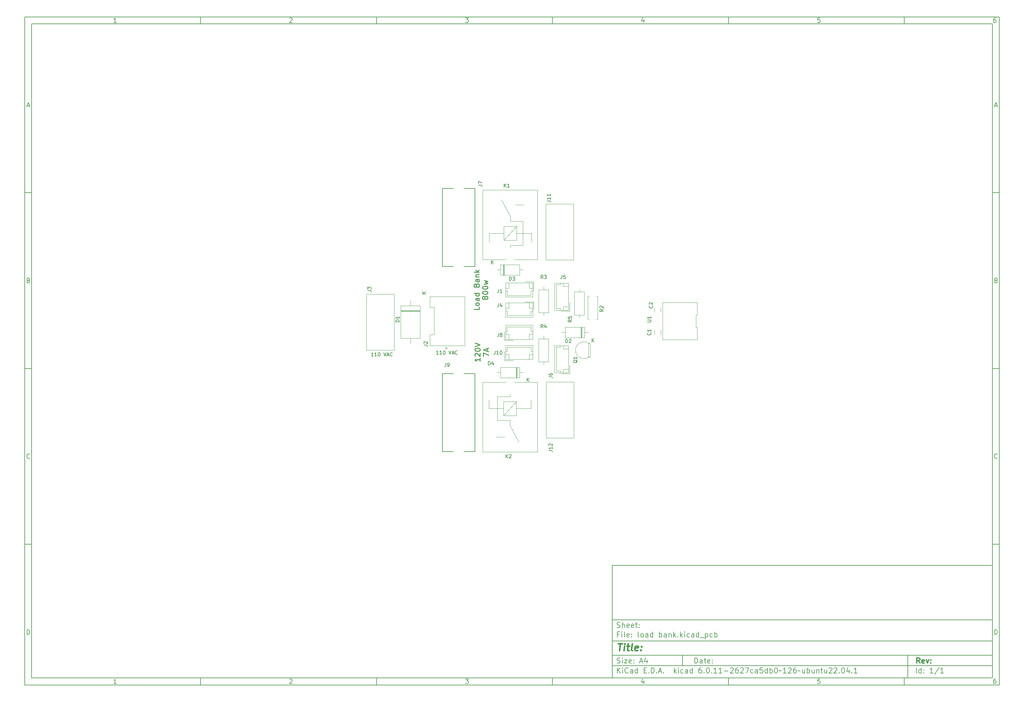
<source format=gbr>
%TF.GenerationSoftware,KiCad,Pcbnew,6.0.11-2627ca5db0~126~ubuntu22.04.1*%
%TF.CreationDate,2023-02-06T20:19:18-05:00*%
%TF.ProjectId,load bank,6c6f6164-2062-4616-9e6b-2e6b69636164,rev?*%
%TF.SameCoordinates,Original*%
%TF.FileFunction,Legend,Top*%
%TF.FilePolarity,Positive*%
%FSLAX46Y46*%
G04 Gerber Fmt 4.6, Leading zero omitted, Abs format (unit mm)*
G04 Created by KiCad (PCBNEW 6.0.11-2627ca5db0~126~ubuntu22.04.1) date 2023-02-06 20:19:18*
%MOMM*%
%LPD*%
G01*
G04 APERTURE LIST*
%ADD10C,0.100000*%
%ADD11C,0.150000*%
%ADD12C,0.300000*%
%ADD13C,0.400000*%
%ADD14C,0.250000*%
%ADD15C,0.120000*%
%ADD16C,0.200000*%
G04 APERTURE END LIST*
D10*
D11*
X177002200Y-166007200D02*
X177002200Y-198007200D01*
X285002200Y-198007200D01*
X285002200Y-166007200D01*
X177002200Y-166007200D01*
D10*
D11*
X10000000Y-10000000D02*
X10000000Y-200007200D01*
X287002200Y-200007200D01*
X287002200Y-10000000D01*
X10000000Y-10000000D01*
D10*
D11*
X12000000Y-12000000D02*
X12000000Y-198007200D01*
X285002200Y-198007200D01*
X285002200Y-12000000D01*
X12000000Y-12000000D01*
D10*
D11*
X60000000Y-12000000D02*
X60000000Y-10000000D01*
D10*
D11*
X110000000Y-12000000D02*
X110000000Y-10000000D01*
D10*
D11*
X160000000Y-12000000D02*
X160000000Y-10000000D01*
D10*
D11*
X210000000Y-12000000D02*
X210000000Y-10000000D01*
D10*
D11*
X260000000Y-12000000D02*
X260000000Y-10000000D01*
D10*
D11*
X36065476Y-11588095D02*
X35322619Y-11588095D01*
X35694047Y-11588095D02*
X35694047Y-10288095D01*
X35570238Y-10473809D01*
X35446428Y-10597619D01*
X35322619Y-10659523D01*
D10*
D11*
X85322619Y-10411904D02*
X85384523Y-10350000D01*
X85508333Y-10288095D01*
X85817857Y-10288095D01*
X85941666Y-10350000D01*
X86003571Y-10411904D01*
X86065476Y-10535714D01*
X86065476Y-10659523D01*
X86003571Y-10845238D01*
X85260714Y-11588095D01*
X86065476Y-11588095D01*
D10*
D11*
X135260714Y-10288095D02*
X136065476Y-10288095D01*
X135632142Y-10783333D01*
X135817857Y-10783333D01*
X135941666Y-10845238D01*
X136003571Y-10907142D01*
X136065476Y-11030952D01*
X136065476Y-11340476D01*
X136003571Y-11464285D01*
X135941666Y-11526190D01*
X135817857Y-11588095D01*
X135446428Y-11588095D01*
X135322619Y-11526190D01*
X135260714Y-11464285D01*
D10*
D11*
X185941666Y-10721428D02*
X185941666Y-11588095D01*
X185632142Y-10226190D02*
X185322619Y-11154761D01*
X186127380Y-11154761D01*
D10*
D11*
X236003571Y-10288095D02*
X235384523Y-10288095D01*
X235322619Y-10907142D01*
X235384523Y-10845238D01*
X235508333Y-10783333D01*
X235817857Y-10783333D01*
X235941666Y-10845238D01*
X236003571Y-10907142D01*
X236065476Y-11030952D01*
X236065476Y-11340476D01*
X236003571Y-11464285D01*
X235941666Y-11526190D01*
X235817857Y-11588095D01*
X235508333Y-11588095D01*
X235384523Y-11526190D01*
X235322619Y-11464285D01*
D10*
D11*
X285941666Y-10288095D02*
X285694047Y-10288095D01*
X285570238Y-10350000D01*
X285508333Y-10411904D01*
X285384523Y-10597619D01*
X285322619Y-10845238D01*
X285322619Y-11340476D01*
X285384523Y-11464285D01*
X285446428Y-11526190D01*
X285570238Y-11588095D01*
X285817857Y-11588095D01*
X285941666Y-11526190D01*
X286003571Y-11464285D01*
X286065476Y-11340476D01*
X286065476Y-11030952D01*
X286003571Y-10907142D01*
X285941666Y-10845238D01*
X285817857Y-10783333D01*
X285570238Y-10783333D01*
X285446428Y-10845238D01*
X285384523Y-10907142D01*
X285322619Y-11030952D01*
D10*
D11*
X60000000Y-198007200D02*
X60000000Y-200007200D01*
D10*
D11*
X110000000Y-198007200D02*
X110000000Y-200007200D01*
D10*
D11*
X160000000Y-198007200D02*
X160000000Y-200007200D01*
D10*
D11*
X210000000Y-198007200D02*
X210000000Y-200007200D01*
D10*
D11*
X260000000Y-198007200D02*
X260000000Y-200007200D01*
D10*
D11*
X36065476Y-199595295D02*
X35322619Y-199595295D01*
X35694047Y-199595295D02*
X35694047Y-198295295D01*
X35570238Y-198481009D01*
X35446428Y-198604819D01*
X35322619Y-198666723D01*
D10*
D11*
X85322619Y-198419104D02*
X85384523Y-198357200D01*
X85508333Y-198295295D01*
X85817857Y-198295295D01*
X85941666Y-198357200D01*
X86003571Y-198419104D01*
X86065476Y-198542914D01*
X86065476Y-198666723D01*
X86003571Y-198852438D01*
X85260714Y-199595295D01*
X86065476Y-199595295D01*
D10*
D11*
X135260714Y-198295295D02*
X136065476Y-198295295D01*
X135632142Y-198790533D01*
X135817857Y-198790533D01*
X135941666Y-198852438D01*
X136003571Y-198914342D01*
X136065476Y-199038152D01*
X136065476Y-199347676D01*
X136003571Y-199471485D01*
X135941666Y-199533390D01*
X135817857Y-199595295D01*
X135446428Y-199595295D01*
X135322619Y-199533390D01*
X135260714Y-199471485D01*
D10*
D11*
X185941666Y-198728628D02*
X185941666Y-199595295D01*
X185632142Y-198233390D02*
X185322619Y-199161961D01*
X186127380Y-199161961D01*
D10*
D11*
X236003571Y-198295295D02*
X235384523Y-198295295D01*
X235322619Y-198914342D01*
X235384523Y-198852438D01*
X235508333Y-198790533D01*
X235817857Y-198790533D01*
X235941666Y-198852438D01*
X236003571Y-198914342D01*
X236065476Y-199038152D01*
X236065476Y-199347676D01*
X236003571Y-199471485D01*
X235941666Y-199533390D01*
X235817857Y-199595295D01*
X235508333Y-199595295D01*
X235384523Y-199533390D01*
X235322619Y-199471485D01*
D10*
D11*
X285941666Y-198295295D02*
X285694047Y-198295295D01*
X285570238Y-198357200D01*
X285508333Y-198419104D01*
X285384523Y-198604819D01*
X285322619Y-198852438D01*
X285322619Y-199347676D01*
X285384523Y-199471485D01*
X285446428Y-199533390D01*
X285570238Y-199595295D01*
X285817857Y-199595295D01*
X285941666Y-199533390D01*
X286003571Y-199471485D01*
X286065476Y-199347676D01*
X286065476Y-199038152D01*
X286003571Y-198914342D01*
X285941666Y-198852438D01*
X285817857Y-198790533D01*
X285570238Y-198790533D01*
X285446428Y-198852438D01*
X285384523Y-198914342D01*
X285322619Y-199038152D01*
D10*
D11*
X10000000Y-60000000D02*
X12000000Y-60000000D01*
D10*
D11*
X10000000Y-110000000D02*
X12000000Y-110000000D01*
D10*
D11*
X10000000Y-160000000D02*
X12000000Y-160000000D01*
D10*
D11*
X10690476Y-35216666D02*
X11309523Y-35216666D01*
X10566666Y-35588095D02*
X11000000Y-34288095D01*
X11433333Y-35588095D01*
D10*
D11*
X11092857Y-84907142D02*
X11278571Y-84969047D01*
X11340476Y-85030952D01*
X11402380Y-85154761D01*
X11402380Y-85340476D01*
X11340476Y-85464285D01*
X11278571Y-85526190D01*
X11154761Y-85588095D01*
X10659523Y-85588095D01*
X10659523Y-84288095D01*
X11092857Y-84288095D01*
X11216666Y-84350000D01*
X11278571Y-84411904D01*
X11340476Y-84535714D01*
X11340476Y-84659523D01*
X11278571Y-84783333D01*
X11216666Y-84845238D01*
X11092857Y-84907142D01*
X10659523Y-84907142D01*
D10*
D11*
X11402380Y-135464285D02*
X11340476Y-135526190D01*
X11154761Y-135588095D01*
X11030952Y-135588095D01*
X10845238Y-135526190D01*
X10721428Y-135402380D01*
X10659523Y-135278571D01*
X10597619Y-135030952D01*
X10597619Y-134845238D01*
X10659523Y-134597619D01*
X10721428Y-134473809D01*
X10845238Y-134350000D01*
X11030952Y-134288095D01*
X11154761Y-134288095D01*
X11340476Y-134350000D01*
X11402380Y-134411904D01*
D10*
D11*
X10659523Y-185588095D02*
X10659523Y-184288095D01*
X10969047Y-184288095D01*
X11154761Y-184350000D01*
X11278571Y-184473809D01*
X11340476Y-184597619D01*
X11402380Y-184845238D01*
X11402380Y-185030952D01*
X11340476Y-185278571D01*
X11278571Y-185402380D01*
X11154761Y-185526190D01*
X10969047Y-185588095D01*
X10659523Y-185588095D01*
D10*
D11*
X287002200Y-60000000D02*
X285002200Y-60000000D01*
D10*
D11*
X287002200Y-110000000D02*
X285002200Y-110000000D01*
D10*
D11*
X287002200Y-160000000D02*
X285002200Y-160000000D01*
D10*
D11*
X285692676Y-35216666D02*
X286311723Y-35216666D01*
X285568866Y-35588095D02*
X286002200Y-34288095D01*
X286435533Y-35588095D01*
D10*
D11*
X286095057Y-84907142D02*
X286280771Y-84969047D01*
X286342676Y-85030952D01*
X286404580Y-85154761D01*
X286404580Y-85340476D01*
X286342676Y-85464285D01*
X286280771Y-85526190D01*
X286156961Y-85588095D01*
X285661723Y-85588095D01*
X285661723Y-84288095D01*
X286095057Y-84288095D01*
X286218866Y-84350000D01*
X286280771Y-84411904D01*
X286342676Y-84535714D01*
X286342676Y-84659523D01*
X286280771Y-84783333D01*
X286218866Y-84845238D01*
X286095057Y-84907142D01*
X285661723Y-84907142D01*
D10*
D11*
X286404580Y-135464285D02*
X286342676Y-135526190D01*
X286156961Y-135588095D01*
X286033152Y-135588095D01*
X285847438Y-135526190D01*
X285723628Y-135402380D01*
X285661723Y-135278571D01*
X285599819Y-135030952D01*
X285599819Y-134845238D01*
X285661723Y-134597619D01*
X285723628Y-134473809D01*
X285847438Y-134350000D01*
X286033152Y-134288095D01*
X286156961Y-134288095D01*
X286342676Y-134350000D01*
X286404580Y-134411904D01*
D10*
D11*
X285661723Y-185588095D02*
X285661723Y-184288095D01*
X285971247Y-184288095D01*
X286156961Y-184350000D01*
X286280771Y-184473809D01*
X286342676Y-184597619D01*
X286404580Y-184845238D01*
X286404580Y-185030952D01*
X286342676Y-185278571D01*
X286280771Y-185402380D01*
X286156961Y-185526190D01*
X285971247Y-185588095D01*
X285661723Y-185588095D01*
D10*
D11*
X200434342Y-193785771D02*
X200434342Y-192285771D01*
X200791485Y-192285771D01*
X201005771Y-192357200D01*
X201148628Y-192500057D01*
X201220057Y-192642914D01*
X201291485Y-192928628D01*
X201291485Y-193142914D01*
X201220057Y-193428628D01*
X201148628Y-193571485D01*
X201005771Y-193714342D01*
X200791485Y-193785771D01*
X200434342Y-193785771D01*
X202577200Y-193785771D02*
X202577200Y-193000057D01*
X202505771Y-192857200D01*
X202362914Y-192785771D01*
X202077200Y-192785771D01*
X201934342Y-192857200D01*
X202577200Y-193714342D02*
X202434342Y-193785771D01*
X202077200Y-193785771D01*
X201934342Y-193714342D01*
X201862914Y-193571485D01*
X201862914Y-193428628D01*
X201934342Y-193285771D01*
X202077200Y-193214342D01*
X202434342Y-193214342D01*
X202577200Y-193142914D01*
X203077200Y-192785771D02*
X203648628Y-192785771D01*
X203291485Y-192285771D02*
X203291485Y-193571485D01*
X203362914Y-193714342D01*
X203505771Y-193785771D01*
X203648628Y-193785771D01*
X204720057Y-193714342D02*
X204577200Y-193785771D01*
X204291485Y-193785771D01*
X204148628Y-193714342D01*
X204077200Y-193571485D01*
X204077200Y-193000057D01*
X204148628Y-192857200D01*
X204291485Y-192785771D01*
X204577200Y-192785771D01*
X204720057Y-192857200D01*
X204791485Y-193000057D01*
X204791485Y-193142914D01*
X204077200Y-193285771D01*
X205434342Y-193642914D02*
X205505771Y-193714342D01*
X205434342Y-193785771D01*
X205362914Y-193714342D01*
X205434342Y-193642914D01*
X205434342Y-193785771D01*
X205434342Y-192857200D02*
X205505771Y-192928628D01*
X205434342Y-193000057D01*
X205362914Y-192928628D01*
X205434342Y-192857200D01*
X205434342Y-193000057D01*
D10*
D11*
X177002200Y-194507200D02*
X285002200Y-194507200D01*
D10*
D11*
X178434342Y-196585771D02*
X178434342Y-195085771D01*
X179291485Y-196585771D02*
X178648628Y-195728628D01*
X179291485Y-195085771D02*
X178434342Y-195942914D01*
X179934342Y-196585771D02*
X179934342Y-195585771D01*
X179934342Y-195085771D02*
X179862914Y-195157200D01*
X179934342Y-195228628D01*
X180005771Y-195157200D01*
X179934342Y-195085771D01*
X179934342Y-195228628D01*
X181505771Y-196442914D02*
X181434342Y-196514342D01*
X181220057Y-196585771D01*
X181077200Y-196585771D01*
X180862914Y-196514342D01*
X180720057Y-196371485D01*
X180648628Y-196228628D01*
X180577200Y-195942914D01*
X180577200Y-195728628D01*
X180648628Y-195442914D01*
X180720057Y-195300057D01*
X180862914Y-195157200D01*
X181077200Y-195085771D01*
X181220057Y-195085771D01*
X181434342Y-195157200D01*
X181505771Y-195228628D01*
X182791485Y-196585771D02*
X182791485Y-195800057D01*
X182720057Y-195657200D01*
X182577200Y-195585771D01*
X182291485Y-195585771D01*
X182148628Y-195657200D01*
X182791485Y-196514342D02*
X182648628Y-196585771D01*
X182291485Y-196585771D01*
X182148628Y-196514342D01*
X182077200Y-196371485D01*
X182077200Y-196228628D01*
X182148628Y-196085771D01*
X182291485Y-196014342D01*
X182648628Y-196014342D01*
X182791485Y-195942914D01*
X184148628Y-196585771D02*
X184148628Y-195085771D01*
X184148628Y-196514342D02*
X184005771Y-196585771D01*
X183720057Y-196585771D01*
X183577200Y-196514342D01*
X183505771Y-196442914D01*
X183434342Y-196300057D01*
X183434342Y-195871485D01*
X183505771Y-195728628D01*
X183577200Y-195657200D01*
X183720057Y-195585771D01*
X184005771Y-195585771D01*
X184148628Y-195657200D01*
X186005771Y-195800057D02*
X186505771Y-195800057D01*
X186720057Y-196585771D02*
X186005771Y-196585771D01*
X186005771Y-195085771D01*
X186720057Y-195085771D01*
X187362914Y-196442914D02*
X187434342Y-196514342D01*
X187362914Y-196585771D01*
X187291485Y-196514342D01*
X187362914Y-196442914D01*
X187362914Y-196585771D01*
X188077200Y-196585771D02*
X188077200Y-195085771D01*
X188434342Y-195085771D01*
X188648628Y-195157200D01*
X188791485Y-195300057D01*
X188862914Y-195442914D01*
X188934342Y-195728628D01*
X188934342Y-195942914D01*
X188862914Y-196228628D01*
X188791485Y-196371485D01*
X188648628Y-196514342D01*
X188434342Y-196585771D01*
X188077200Y-196585771D01*
X189577200Y-196442914D02*
X189648628Y-196514342D01*
X189577200Y-196585771D01*
X189505771Y-196514342D01*
X189577200Y-196442914D01*
X189577200Y-196585771D01*
X190220057Y-196157200D02*
X190934342Y-196157200D01*
X190077200Y-196585771D02*
X190577200Y-195085771D01*
X191077200Y-196585771D01*
X191577200Y-196442914D02*
X191648628Y-196514342D01*
X191577200Y-196585771D01*
X191505771Y-196514342D01*
X191577200Y-196442914D01*
X191577200Y-196585771D01*
X194577200Y-196585771D02*
X194577200Y-195085771D01*
X194720057Y-196014342D02*
X195148628Y-196585771D01*
X195148628Y-195585771D02*
X194577200Y-196157200D01*
X195791485Y-196585771D02*
X195791485Y-195585771D01*
X195791485Y-195085771D02*
X195720057Y-195157200D01*
X195791485Y-195228628D01*
X195862914Y-195157200D01*
X195791485Y-195085771D01*
X195791485Y-195228628D01*
X197148628Y-196514342D02*
X197005771Y-196585771D01*
X196720057Y-196585771D01*
X196577200Y-196514342D01*
X196505771Y-196442914D01*
X196434342Y-196300057D01*
X196434342Y-195871485D01*
X196505771Y-195728628D01*
X196577200Y-195657200D01*
X196720057Y-195585771D01*
X197005771Y-195585771D01*
X197148628Y-195657200D01*
X198434342Y-196585771D02*
X198434342Y-195800057D01*
X198362914Y-195657200D01*
X198220057Y-195585771D01*
X197934342Y-195585771D01*
X197791485Y-195657200D01*
X198434342Y-196514342D02*
X198291485Y-196585771D01*
X197934342Y-196585771D01*
X197791485Y-196514342D01*
X197720057Y-196371485D01*
X197720057Y-196228628D01*
X197791485Y-196085771D01*
X197934342Y-196014342D01*
X198291485Y-196014342D01*
X198434342Y-195942914D01*
X199791485Y-196585771D02*
X199791485Y-195085771D01*
X199791485Y-196514342D02*
X199648628Y-196585771D01*
X199362914Y-196585771D01*
X199220057Y-196514342D01*
X199148628Y-196442914D01*
X199077200Y-196300057D01*
X199077200Y-195871485D01*
X199148628Y-195728628D01*
X199220057Y-195657200D01*
X199362914Y-195585771D01*
X199648628Y-195585771D01*
X199791485Y-195657200D01*
X202291485Y-195085771D02*
X202005771Y-195085771D01*
X201862914Y-195157200D01*
X201791485Y-195228628D01*
X201648628Y-195442914D01*
X201577200Y-195728628D01*
X201577200Y-196300057D01*
X201648628Y-196442914D01*
X201720057Y-196514342D01*
X201862914Y-196585771D01*
X202148628Y-196585771D01*
X202291485Y-196514342D01*
X202362914Y-196442914D01*
X202434342Y-196300057D01*
X202434342Y-195942914D01*
X202362914Y-195800057D01*
X202291485Y-195728628D01*
X202148628Y-195657200D01*
X201862914Y-195657200D01*
X201720057Y-195728628D01*
X201648628Y-195800057D01*
X201577200Y-195942914D01*
X203077200Y-196442914D02*
X203148628Y-196514342D01*
X203077200Y-196585771D01*
X203005771Y-196514342D01*
X203077200Y-196442914D01*
X203077200Y-196585771D01*
X204077200Y-195085771D02*
X204220057Y-195085771D01*
X204362914Y-195157200D01*
X204434342Y-195228628D01*
X204505771Y-195371485D01*
X204577200Y-195657200D01*
X204577200Y-196014342D01*
X204505771Y-196300057D01*
X204434342Y-196442914D01*
X204362914Y-196514342D01*
X204220057Y-196585771D01*
X204077200Y-196585771D01*
X203934342Y-196514342D01*
X203862914Y-196442914D01*
X203791485Y-196300057D01*
X203720057Y-196014342D01*
X203720057Y-195657200D01*
X203791485Y-195371485D01*
X203862914Y-195228628D01*
X203934342Y-195157200D01*
X204077200Y-195085771D01*
X205220057Y-196442914D02*
X205291485Y-196514342D01*
X205220057Y-196585771D01*
X205148628Y-196514342D01*
X205220057Y-196442914D01*
X205220057Y-196585771D01*
X206720057Y-196585771D02*
X205862914Y-196585771D01*
X206291485Y-196585771D02*
X206291485Y-195085771D01*
X206148628Y-195300057D01*
X206005771Y-195442914D01*
X205862914Y-195514342D01*
X208148628Y-196585771D02*
X207291485Y-196585771D01*
X207720057Y-196585771D02*
X207720057Y-195085771D01*
X207577200Y-195300057D01*
X207434342Y-195442914D01*
X207291485Y-195514342D01*
X208791485Y-196014342D02*
X209934342Y-196014342D01*
X210577200Y-195228628D02*
X210648628Y-195157200D01*
X210791485Y-195085771D01*
X211148628Y-195085771D01*
X211291485Y-195157200D01*
X211362914Y-195228628D01*
X211434342Y-195371485D01*
X211434342Y-195514342D01*
X211362914Y-195728628D01*
X210505771Y-196585771D01*
X211434342Y-196585771D01*
X212720057Y-195085771D02*
X212434342Y-195085771D01*
X212291485Y-195157200D01*
X212220057Y-195228628D01*
X212077200Y-195442914D01*
X212005771Y-195728628D01*
X212005771Y-196300057D01*
X212077200Y-196442914D01*
X212148628Y-196514342D01*
X212291485Y-196585771D01*
X212577200Y-196585771D01*
X212720057Y-196514342D01*
X212791485Y-196442914D01*
X212862914Y-196300057D01*
X212862914Y-195942914D01*
X212791485Y-195800057D01*
X212720057Y-195728628D01*
X212577200Y-195657200D01*
X212291485Y-195657200D01*
X212148628Y-195728628D01*
X212077200Y-195800057D01*
X212005771Y-195942914D01*
X213434342Y-195228628D02*
X213505771Y-195157200D01*
X213648628Y-195085771D01*
X214005771Y-195085771D01*
X214148628Y-195157200D01*
X214220057Y-195228628D01*
X214291485Y-195371485D01*
X214291485Y-195514342D01*
X214220057Y-195728628D01*
X213362914Y-196585771D01*
X214291485Y-196585771D01*
X214791485Y-195085771D02*
X215791485Y-195085771D01*
X215148628Y-196585771D01*
X217005771Y-196514342D02*
X216862914Y-196585771D01*
X216577200Y-196585771D01*
X216434342Y-196514342D01*
X216362914Y-196442914D01*
X216291485Y-196300057D01*
X216291485Y-195871485D01*
X216362914Y-195728628D01*
X216434342Y-195657200D01*
X216577200Y-195585771D01*
X216862914Y-195585771D01*
X217005771Y-195657200D01*
X218291485Y-196585771D02*
X218291485Y-195800057D01*
X218220057Y-195657200D01*
X218077200Y-195585771D01*
X217791485Y-195585771D01*
X217648628Y-195657200D01*
X218291485Y-196514342D02*
X218148628Y-196585771D01*
X217791485Y-196585771D01*
X217648628Y-196514342D01*
X217577200Y-196371485D01*
X217577200Y-196228628D01*
X217648628Y-196085771D01*
X217791485Y-196014342D01*
X218148628Y-196014342D01*
X218291485Y-195942914D01*
X219720057Y-195085771D02*
X219005771Y-195085771D01*
X218934342Y-195800057D01*
X219005771Y-195728628D01*
X219148628Y-195657200D01*
X219505771Y-195657200D01*
X219648628Y-195728628D01*
X219720057Y-195800057D01*
X219791485Y-195942914D01*
X219791485Y-196300057D01*
X219720057Y-196442914D01*
X219648628Y-196514342D01*
X219505771Y-196585771D01*
X219148628Y-196585771D01*
X219005771Y-196514342D01*
X218934342Y-196442914D01*
X221077200Y-196585771D02*
X221077200Y-195085771D01*
X221077200Y-196514342D02*
X220934342Y-196585771D01*
X220648628Y-196585771D01*
X220505771Y-196514342D01*
X220434342Y-196442914D01*
X220362914Y-196300057D01*
X220362914Y-195871485D01*
X220434342Y-195728628D01*
X220505771Y-195657200D01*
X220648628Y-195585771D01*
X220934342Y-195585771D01*
X221077200Y-195657200D01*
X221791485Y-196585771D02*
X221791485Y-195085771D01*
X221791485Y-195657200D02*
X221934342Y-195585771D01*
X222220057Y-195585771D01*
X222362914Y-195657200D01*
X222434342Y-195728628D01*
X222505771Y-195871485D01*
X222505771Y-196300057D01*
X222434342Y-196442914D01*
X222362914Y-196514342D01*
X222220057Y-196585771D01*
X221934342Y-196585771D01*
X221791485Y-196514342D01*
X223434342Y-195085771D02*
X223577200Y-195085771D01*
X223720057Y-195157200D01*
X223791485Y-195228628D01*
X223862914Y-195371485D01*
X223934342Y-195657200D01*
X223934342Y-196014342D01*
X223862914Y-196300057D01*
X223791485Y-196442914D01*
X223720057Y-196514342D01*
X223577200Y-196585771D01*
X223434342Y-196585771D01*
X223291485Y-196514342D01*
X223220057Y-196442914D01*
X223148628Y-196300057D01*
X223077200Y-196014342D01*
X223077200Y-195657200D01*
X223148628Y-195371485D01*
X223220057Y-195228628D01*
X223291485Y-195157200D01*
X223434342Y-195085771D01*
X224362914Y-196014342D02*
X224434342Y-195942914D01*
X224577200Y-195871485D01*
X224862914Y-196014342D01*
X225005771Y-195942914D01*
X225077200Y-195871485D01*
X226434342Y-196585771D02*
X225577200Y-196585771D01*
X226005771Y-196585771D02*
X226005771Y-195085771D01*
X225862914Y-195300057D01*
X225720057Y-195442914D01*
X225577200Y-195514342D01*
X227005771Y-195228628D02*
X227077200Y-195157200D01*
X227220057Y-195085771D01*
X227577200Y-195085771D01*
X227720057Y-195157200D01*
X227791485Y-195228628D01*
X227862914Y-195371485D01*
X227862914Y-195514342D01*
X227791485Y-195728628D01*
X226934342Y-196585771D01*
X227862914Y-196585771D01*
X229148628Y-195085771D02*
X228862914Y-195085771D01*
X228720057Y-195157200D01*
X228648628Y-195228628D01*
X228505771Y-195442914D01*
X228434342Y-195728628D01*
X228434342Y-196300057D01*
X228505771Y-196442914D01*
X228577199Y-196514342D01*
X228720057Y-196585771D01*
X229005771Y-196585771D01*
X229148628Y-196514342D01*
X229220057Y-196442914D01*
X229291485Y-196300057D01*
X229291485Y-195942914D01*
X229220057Y-195800057D01*
X229148628Y-195728628D01*
X229005771Y-195657200D01*
X228720057Y-195657200D01*
X228577199Y-195728628D01*
X228505771Y-195800057D01*
X228434342Y-195942914D01*
X229720057Y-196014342D02*
X229791485Y-195942914D01*
X229934342Y-195871485D01*
X230220057Y-196014342D01*
X230362914Y-195942914D01*
X230434342Y-195871485D01*
X231648628Y-195585771D02*
X231648628Y-196585771D01*
X231005771Y-195585771D02*
X231005771Y-196371485D01*
X231077199Y-196514342D01*
X231220057Y-196585771D01*
X231434342Y-196585771D01*
X231577199Y-196514342D01*
X231648628Y-196442914D01*
X232362914Y-196585771D02*
X232362914Y-195085771D01*
X232362914Y-195657200D02*
X232505771Y-195585771D01*
X232791485Y-195585771D01*
X232934342Y-195657200D01*
X233005771Y-195728628D01*
X233077200Y-195871485D01*
X233077200Y-196300057D01*
X233005771Y-196442914D01*
X232934342Y-196514342D01*
X232791485Y-196585771D01*
X232505771Y-196585771D01*
X232362914Y-196514342D01*
X234362914Y-195585771D02*
X234362914Y-196585771D01*
X233720057Y-195585771D02*
X233720057Y-196371485D01*
X233791485Y-196514342D01*
X233934342Y-196585771D01*
X234148628Y-196585771D01*
X234291485Y-196514342D01*
X234362914Y-196442914D01*
X235077200Y-195585771D02*
X235077200Y-196585771D01*
X235077200Y-195728628D02*
X235148628Y-195657200D01*
X235291485Y-195585771D01*
X235505771Y-195585771D01*
X235648628Y-195657200D01*
X235720057Y-195800057D01*
X235720057Y-196585771D01*
X236220057Y-195585771D02*
X236791485Y-195585771D01*
X236434342Y-195085771D02*
X236434342Y-196371485D01*
X236505771Y-196514342D01*
X236648628Y-196585771D01*
X236791485Y-196585771D01*
X237934342Y-195585771D02*
X237934342Y-196585771D01*
X237291485Y-195585771D02*
X237291485Y-196371485D01*
X237362914Y-196514342D01*
X237505771Y-196585771D01*
X237720057Y-196585771D01*
X237862914Y-196514342D01*
X237934342Y-196442914D01*
X238577200Y-195228628D02*
X238648628Y-195157200D01*
X238791485Y-195085771D01*
X239148628Y-195085771D01*
X239291485Y-195157200D01*
X239362914Y-195228628D01*
X239434342Y-195371485D01*
X239434342Y-195514342D01*
X239362914Y-195728628D01*
X238505771Y-196585771D01*
X239434342Y-196585771D01*
X240005771Y-195228628D02*
X240077200Y-195157200D01*
X240220057Y-195085771D01*
X240577200Y-195085771D01*
X240720057Y-195157200D01*
X240791485Y-195228628D01*
X240862914Y-195371485D01*
X240862914Y-195514342D01*
X240791485Y-195728628D01*
X239934342Y-196585771D01*
X240862914Y-196585771D01*
X241505771Y-196442914D02*
X241577199Y-196514342D01*
X241505771Y-196585771D01*
X241434342Y-196514342D01*
X241505771Y-196442914D01*
X241505771Y-196585771D01*
X242505771Y-195085771D02*
X242648628Y-195085771D01*
X242791485Y-195157200D01*
X242862914Y-195228628D01*
X242934342Y-195371485D01*
X243005771Y-195657200D01*
X243005771Y-196014342D01*
X242934342Y-196300057D01*
X242862914Y-196442914D01*
X242791485Y-196514342D01*
X242648628Y-196585771D01*
X242505771Y-196585771D01*
X242362914Y-196514342D01*
X242291485Y-196442914D01*
X242220057Y-196300057D01*
X242148628Y-196014342D01*
X242148628Y-195657200D01*
X242220057Y-195371485D01*
X242291485Y-195228628D01*
X242362914Y-195157200D01*
X242505771Y-195085771D01*
X244291485Y-195585771D02*
X244291485Y-196585771D01*
X243934342Y-195014342D02*
X243577199Y-196085771D01*
X244505771Y-196085771D01*
X245077199Y-196442914D02*
X245148628Y-196514342D01*
X245077199Y-196585771D01*
X245005771Y-196514342D01*
X245077199Y-196442914D01*
X245077199Y-196585771D01*
X246577200Y-196585771D02*
X245720057Y-196585771D01*
X246148628Y-196585771D02*
X246148628Y-195085771D01*
X246005771Y-195300057D01*
X245862914Y-195442914D01*
X245720057Y-195514342D01*
D10*
D11*
X177002200Y-191507200D02*
X285002200Y-191507200D01*
D10*
D12*
X264411485Y-193785771D02*
X263911485Y-193071485D01*
X263554342Y-193785771D02*
X263554342Y-192285771D01*
X264125771Y-192285771D01*
X264268628Y-192357200D01*
X264340057Y-192428628D01*
X264411485Y-192571485D01*
X264411485Y-192785771D01*
X264340057Y-192928628D01*
X264268628Y-193000057D01*
X264125771Y-193071485D01*
X263554342Y-193071485D01*
X265625771Y-193714342D02*
X265482914Y-193785771D01*
X265197200Y-193785771D01*
X265054342Y-193714342D01*
X264982914Y-193571485D01*
X264982914Y-193000057D01*
X265054342Y-192857200D01*
X265197200Y-192785771D01*
X265482914Y-192785771D01*
X265625771Y-192857200D01*
X265697200Y-193000057D01*
X265697200Y-193142914D01*
X264982914Y-193285771D01*
X266197200Y-192785771D02*
X266554342Y-193785771D01*
X266911485Y-192785771D01*
X267482914Y-193642914D02*
X267554342Y-193714342D01*
X267482914Y-193785771D01*
X267411485Y-193714342D01*
X267482914Y-193642914D01*
X267482914Y-193785771D01*
X267482914Y-192857200D02*
X267554342Y-192928628D01*
X267482914Y-193000057D01*
X267411485Y-192928628D01*
X267482914Y-192857200D01*
X267482914Y-193000057D01*
D10*
D11*
X178362914Y-193714342D02*
X178577200Y-193785771D01*
X178934342Y-193785771D01*
X179077200Y-193714342D01*
X179148628Y-193642914D01*
X179220057Y-193500057D01*
X179220057Y-193357200D01*
X179148628Y-193214342D01*
X179077200Y-193142914D01*
X178934342Y-193071485D01*
X178648628Y-193000057D01*
X178505771Y-192928628D01*
X178434342Y-192857200D01*
X178362914Y-192714342D01*
X178362914Y-192571485D01*
X178434342Y-192428628D01*
X178505771Y-192357200D01*
X178648628Y-192285771D01*
X179005771Y-192285771D01*
X179220057Y-192357200D01*
X179862914Y-193785771D02*
X179862914Y-192785771D01*
X179862914Y-192285771D02*
X179791485Y-192357200D01*
X179862914Y-192428628D01*
X179934342Y-192357200D01*
X179862914Y-192285771D01*
X179862914Y-192428628D01*
X180434342Y-192785771D02*
X181220057Y-192785771D01*
X180434342Y-193785771D01*
X181220057Y-193785771D01*
X182362914Y-193714342D02*
X182220057Y-193785771D01*
X181934342Y-193785771D01*
X181791485Y-193714342D01*
X181720057Y-193571485D01*
X181720057Y-193000057D01*
X181791485Y-192857200D01*
X181934342Y-192785771D01*
X182220057Y-192785771D01*
X182362914Y-192857200D01*
X182434342Y-193000057D01*
X182434342Y-193142914D01*
X181720057Y-193285771D01*
X183077200Y-193642914D02*
X183148628Y-193714342D01*
X183077200Y-193785771D01*
X183005771Y-193714342D01*
X183077200Y-193642914D01*
X183077200Y-193785771D01*
X183077200Y-192857200D02*
X183148628Y-192928628D01*
X183077200Y-193000057D01*
X183005771Y-192928628D01*
X183077200Y-192857200D01*
X183077200Y-193000057D01*
X184862914Y-193357200D02*
X185577200Y-193357200D01*
X184720057Y-193785771D02*
X185220057Y-192285771D01*
X185720057Y-193785771D01*
X186862914Y-192785771D02*
X186862914Y-193785771D01*
X186505771Y-192214342D02*
X186148628Y-193285771D01*
X187077200Y-193285771D01*
D10*
D11*
X263434342Y-196585771D02*
X263434342Y-195085771D01*
X264791485Y-196585771D02*
X264791485Y-195085771D01*
X264791485Y-196514342D02*
X264648628Y-196585771D01*
X264362914Y-196585771D01*
X264220057Y-196514342D01*
X264148628Y-196442914D01*
X264077200Y-196300057D01*
X264077200Y-195871485D01*
X264148628Y-195728628D01*
X264220057Y-195657200D01*
X264362914Y-195585771D01*
X264648628Y-195585771D01*
X264791485Y-195657200D01*
X265505771Y-196442914D02*
X265577200Y-196514342D01*
X265505771Y-196585771D01*
X265434342Y-196514342D01*
X265505771Y-196442914D01*
X265505771Y-196585771D01*
X265505771Y-195657200D02*
X265577200Y-195728628D01*
X265505771Y-195800057D01*
X265434342Y-195728628D01*
X265505771Y-195657200D01*
X265505771Y-195800057D01*
X268148628Y-196585771D02*
X267291485Y-196585771D01*
X267720057Y-196585771D02*
X267720057Y-195085771D01*
X267577200Y-195300057D01*
X267434342Y-195442914D01*
X267291485Y-195514342D01*
X269862914Y-195014342D02*
X268577200Y-196942914D01*
X271148628Y-196585771D02*
X270291485Y-196585771D01*
X270720057Y-196585771D02*
X270720057Y-195085771D01*
X270577200Y-195300057D01*
X270434342Y-195442914D01*
X270291485Y-195514342D01*
D10*
D11*
X177002200Y-187507200D02*
X285002200Y-187507200D01*
D10*
D13*
X178714580Y-188211961D02*
X179857438Y-188211961D01*
X179036009Y-190211961D02*
X179286009Y-188211961D01*
X180274104Y-190211961D02*
X180440771Y-188878628D01*
X180524104Y-188211961D02*
X180416961Y-188307200D01*
X180500295Y-188402438D01*
X180607438Y-188307200D01*
X180524104Y-188211961D01*
X180500295Y-188402438D01*
X181107438Y-188878628D02*
X181869342Y-188878628D01*
X181476485Y-188211961D02*
X181262200Y-189926247D01*
X181333628Y-190116723D01*
X181512200Y-190211961D01*
X181702676Y-190211961D01*
X182655057Y-190211961D02*
X182476485Y-190116723D01*
X182405057Y-189926247D01*
X182619342Y-188211961D01*
X184190771Y-190116723D02*
X183988390Y-190211961D01*
X183607438Y-190211961D01*
X183428866Y-190116723D01*
X183357438Y-189926247D01*
X183452676Y-189164342D01*
X183571723Y-188973866D01*
X183774104Y-188878628D01*
X184155057Y-188878628D01*
X184333628Y-188973866D01*
X184405057Y-189164342D01*
X184381247Y-189354819D01*
X183405057Y-189545295D01*
X185155057Y-190021485D02*
X185238390Y-190116723D01*
X185131247Y-190211961D01*
X185047914Y-190116723D01*
X185155057Y-190021485D01*
X185131247Y-190211961D01*
X185286009Y-188973866D02*
X185369342Y-189069104D01*
X185262200Y-189164342D01*
X185178866Y-189069104D01*
X185286009Y-188973866D01*
X185262200Y-189164342D01*
D10*
D11*
X178934342Y-185600057D02*
X178434342Y-185600057D01*
X178434342Y-186385771D02*
X178434342Y-184885771D01*
X179148628Y-184885771D01*
X179720057Y-186385771D02*
X179720057Y-185385771D01*
X179720057Y-184885771D02*
X179648628Y-184957200D01*
X179720057Y-185028628D01*
X179791485Y-184957200D01*
X179720057Y-184885771D01*
X179720057Y-185028628D01*
X180648628Y-186385771D02*
X180505771Y-186314342D01*
X180434342Y-186171485D01*
X180434342Y-184885771D01*
X181791485Y-186314342D02*
X181648628Y-186385771D01*
X181362914Y-186385771D01*
X181220057Y-186314342D01*
X181148628Y-186171485D01*
X181148628Y-185600057D01*
X181220057Y-185457200D01*
X181362914Y-185385771D01*
X181648628Y-185385771D01*
X181791485Y-185457200D01*
X181862914Y-185600057D01*
X181862914Y-185742914D01*
X181148628Y-185885771D01*
X182505771Y-186242914D02*
X182577200Y-186314342D01*
X182505771Y-186385771D01*
X182434342Y-186314342D01*
X182505771Y-186242914D01*
X182505771Y-186385771D01*
X182505771Y-185457200D02*
X182577200Y-185528628D01*
X182505771Y-185600057D01*
X182434342Y-185528628D01*
X182505771Y-185457200D01*
X182505771Y-185600057D01*
X184577200Y-186385771D02*
X184434342Y-186314342D01*
X184362914Y-186171485D01*
X184362914Y-184885771D01*
X185362914Y-186385771D02*
X185220057Y-186314342D01*
X185148628Y-186242914D01*
X185077200Y-186100057D01*
X185077200Y-185671485D01*
X185148628Y-185528628D01*
X185220057Y-185457200D01*
X185362914Y-185385771D01*
X185577200Y-185385771D01*
X185720057Y-185457200D01*
X185791485Y-185528628D01*
X185862914Y-185671485D01*
X185862914Y-186100057D01*
X185791485Y-186242914D01*
X185720057Y-186314342D01*
X185577200Y-186385771D01*
X185362914Y-186385771D01*
X187148628Y-186385771D02*
X187148628Y-185600057D01*
X187077200Y-185457200D01*
X186934342Y-185385771D01*
X186648628Y-185385771D01*
X186505771Y-185457200D01*
X187148628Y-186314342D02*
X187005771Y-186385771D01*
X186648628Y-186385771D01*
X186505771Y-186314342D01*
X186434342Y-186171485D01*
X186434342Y-186028628D01*
X186505771Y-185885771D01*
X186648628Y-185814342D01*
X187005771Y-185814342D01*
X187148628Y-185742914D01*
X188505771Y-186385771D02*
X188505771Y-184885771D01*
X188505771Y-186314342D02*
X188362914Y-186385771D01*
X188077200Y-186385771D01*
X187934342Y-186314342D01*
X187862914Y-186242914D01*
X187791485Y-186100057D01*
X187791485Y-185671485D01*
X187862914Y-185528628D01*
X187934342Y-185457200D01*
X188077200Y-185385771D01*
X188362914Y-185385771D01*
X188505771Y-185457200D01*
X190362914Y-186385771D02*
X190362914Y-184885771D01*
X190362914Y-185457200D02*
X190505771Y-185385771D01*
X190791485Y-185385771D01*
X190934342Y-185457200D01*
X191005771Y-185528628D01*
X191077200Y-185671485D01*
X191077200Y-186100057D01*
X191005771Y-186242914D01*
X190934342Y-186314342D01*
X190791485Y-186385771D01*
X190505771Y-186385771D01*
X190362914Y-186314342D01*
X192362914Y-186385771D02*
X192362914Y-185600057D01*
X192291485Y-185457200D01*
X192148628Y-185385771D01*
X191862914Y-185385771D01*
X191720057Y-185457200D01*
X192362914Y-186314342D02*
X192220057Y-186385771D01*
X191862914Y-186385771D01*
X191720057Y-186314342D01*
X191648628Y-186171485D01*
X191648628Y-186028628D01*
X191720057Y-185885771D01*
X191862914Y-185814342D01*
X192220057Y-185814342D01*
X192362914Y-185742914D01*
X193077200Y-185385771D02*
X193077200Y-186385771D01*
X193077200Y-185528628D02*
X193148628Y-185457200D01*
X193291485Y-185385771D01*
X193505771Y-185385771D01*
X193648628Y-185457200D01*
X193720057Y-185600057D01*
X193720057Y-186385771D01*
X194434342Y-186385771D02*
X194434342Y-184885771D01*
X194577200Y-185814342D02*
X195005771Y-186385771D01*
X195005771Y-185385771D02*
X194434342Y-185957200D01*
X195648628Y-186242914D02*
X195720057Y-186314342D01*
X195648628Y-186385771D01*
X195577200Y-186314342D01*
X195648628Y-186242914D01*
X195648628Y-186385771D01*
X196362914Y-186385771D02*
X196362914Y-184885771D01*
X196505771Y-185814342D02*
X196934342Y-186385771D01*
X196934342Y-185385771D02*
X196362914Y-185957200D01*
X197577200Y-186385771D02*
X197577200Y-185385771D01*
X197577200Y-184885771D02*
X197505771Y-184957200D01*
X197577200Y-185028628D01*
X197648628Y-184957200D01*
X197577200Y-184885771D01*
X197577200Y-185028628D01*
X198934342Y-186314342D02*
X198791485Y-186385771D01*
X198505771Y-186385771D01*
X198362914Y-186314342D01*
X198291485Y-186242914D01*
X198220057Y-186100057D01*
X198220057Y-185671485D01*
X198291485Y-185528628D01*
X198362914Y-185457200D01*
X198505771Y-185385771D01*
X198791485Y-185385771D01*
X198934342Y-185457200D01*
X200220057Y-186385771D02*
X200220057Y-185600057D01*
X200148628Y-185457200D01*
X200005771Y-185385771D01*
X199720057Y-185385771D01*
X199577200Y-185457200D01*
X200220057Y-186314342D02*
X200077200Y-186385771D01*
X199720057Y-186385771D01*
X199577200Y-186314342D01*
X199505771Y-186171485D01*
X199505771Y-186028628D01*
X199577200Y-185885771D01*
X199720057Y-185814342D01*
X200077200Y-185814342D01*
X200220057Y-185742914D01*
X201577200Y-186385771D02*
X201577200Y-184885771D01*
X201577200Y-186314342D02*
X201434342Y-186385771D01*
X201148628Y-186385771D01*
X201005771Y-186314342D01*
X200934342Y-186242914D01*
X200862914Y-186100057D01*
X200862914Y-185671485D01*
X200934342Y-185528628D01*
X201005771Y-185457200D01*
X201148628Y-185385771D01*
X201434342Y-185385771D01*
X201577200Y-185457200D01*
X201934342Y-186528628D02*
X203077200Y-186528628D01*
X203434342Y-185385771D02*
X203434342Y-186885771D01*
X203434342Y-185457200D02*
X203577200Y-185385771D01*
X203862914Y-185385771D01*
X204005771Y-185457200D01*
X204077200Y-185528628D01*
X204148628Y-185671485D01*
X204148628Y-186100057D01*
X204077200Y-186242914D01*
X204005771Y-186314342D01*
X203862914Y-186385771D01*
X203577200Y-186385771D01*
X203434342Y-186314342D01*
X205434342Y-186314342D02*
X205291485Y-186385771D01*
X205005771Y-186385771D01*
X204862914Y-186314342D01*
X204791485Y-186242914D01*
X204720057Y-186100057D01*
X204720057Y-185671485D01*
X204791485Y-185528628D01*
X204862914Y-185457200D01*
X205005771Y-185385771D01*
X205291485Y-185385771D01*
X205434342Y-185457200D01*
X206077200Y-186385771D02*
X206077200Y-184885771D01*
X206077200Y-185457200D02*
X206220057Y-185385771D01*
X206505771Y-185385771D01*
X206648628Y-185457200D01*
X206720057Y-185528628D01*
X206791485Y-185671485D01*
X206791485Y-186100057D01*
X206720057Y-186242914D01*
X206648628Y-186314342D01*
X206505771Y-186385771D01*
X206220057Y-186385771D01*
X206077200Y-186314342D01*
D10*
D11*
X177002200Y-181507200D02*
X285002200Y-181507200D01*
D10*
D11*
X178362914Y-183614342D02*
X178577200Y-183685771D01*
X178934342Y-183685771D01*
X179077200Y-183614342D01*
X179148628Y-183542914D01*
X179220057Y-183400057D01*
X179220057Y-183257200D01*
X179148628Y-183114342D01*
X179077200Y-183042914D01*
X178934342Y-182971485D01*
X178648628Y-182900057D01*
X178505771Y-182828628D01*
X178434342Y-182757200D01*
X178362914Y-182614342D01*
X178362914Y-182471485D01*
X178434342Y-182328628D01*
X178505771Y-182257200D01*
X178648628Y-182185771D01*
X179005771Y-182185771D01*
X179220057Y-182257200D01*
X179862914Y-183685771D02*
X179862914Y-182185771D01*
X180505771Y-183685771D02*
X180505771Y-182900057D01*
X180434342Y-182757200D01*
X180291485Y-182685771D01*
X180077200Y-182685771D01*
X179934342Y-182757200D01*
X179862914Y-182828628D01*
X181791485Y-183614342D02*
X181648628Y-183685771D01*
X181362914Y-183685771D01*
X181220057Y-183614342D01*
X181148628Y-183471485D01*
X181148628Y-182900057D01*
X181220057Y-182757200D01*
X181362914Y-182685771D01*
X181648628Y-182685771D01*
X181791485Y-182757200D01*
X181862914Y-182900057D01*
X181862914Y-183042914D01*
X181148628Y-183185771D01*
X183077200Y-183614342D02*
X182934342Y-183685771D01*
X182648628Y-183685771D01*
X182505771Y-183614342D01*
X182434342Y-183471485D01*
X182434342Y-182900057D01*
X182505771Y-182757200D01*
X182648628Y-182685771D01*
X182934342Y-182685771D01*
X183077200Y-182757200D01*
X183148628Y-182900057D01*
X183148628Y-183042914D01*
X182434342Y-183185771D01*
X183577200Y-182685771D02*
X184148628Y-182685771D01*
X183791485Y-182185771D02*
X183791485Y-183471485D01*
X183862914Y-183614342D01*
X184005771Y-183685771D01*
X184148628Y-183685771D01*
X184648628Y-183542914D02*
X184720057Y-183614342D01*
X184648628Y-183685771D01*
X184577200Y-183614342D01*
X184648628Y-183542914D01*
X184648628Y-183685771D01*
X184648628Y-182757200D02*
X184720057Y-182828628D01*
X184648628Y-182900057D01*
X184577200Y-182828628D01*
X184648628Y-182757200D01*
X184648628Y-182900057D01*
D10*
D12*
D10*
D11*
D10*
D11*
D10*
D11*
D10*
D11*
D10*
D11*
X197002200Y-191507200D02*
X197002200Y-194507200D01*
D10*
D11*
X261002200Y-191507200D02*
X261002200Y-198007200D01*
X109095238Y-106452380D02*
X108523809Y-106452380D01*
X108809523Y-106452380D02*
X108809523Y-105452380D01*
X108714285Y-105595238D01*
X108619047Y-105690476D01*
X108523809Y-105738095D01*
X110047619Y-106452380D02*
X109476190Y-106452380D01*
X109761904Y-106452380D02*
X109761904Y-105452380D01*
X109666666Y-105595238D01*
X109571428Y-105690476D01*
X109476190Y-105738095D01*
X110666666Y-105452380D02*
X110761904Y-105452380D01*
X110857142Y-105500000D01*
X110904761Y-105547619D01*
X110952380Y-105642857D01*
X111000000Y-105833333D01*
X111000000Y-106071428D01*
X110952380Y-106261904D01*
X110904761Y-106357142D01*
X110857142Y-106404761D01*
X110761904Y-106452380D01*
X110666666Y-106452380D01*
X110571428Y-106404761D01*
X110523809Y-106357142D01*
X110476190Y-106261904D01*
X110428571Y-106071428D01*
X110428571Y-105833333D01*
X110476190Y-105642857D01*
X110523809Y-105547619D01*
X110571428Y-105500000D01*
X110666666Y-105452380D01*
X112047619Y-105452380D02*
X112380952Y-106452380D01*
X112714285Y-105452380D01*
X113000000Y-106166666D02*
X113476190Y-106166666D01*
X112904761Y-106452380D02*
X113238095Y-105452380D01*
X113571428Y-106452380D01*
X114476190Y-106357142D02*
X114428571Y-106404761D01*
X114285714Y-106452380D01*
X114190476Y-106452380D01*
X114047619Y-106404761D01*
X113952380Y-106309523D01*
X113904761Y-106214285D01*
X113857142Y-106023809D01*
X113857142Y-105880952D01*
X113904761Y-105690476D01*
X113952380Y-105595238D01*
X114047619Y-105500000D01*
X114190476Y-105452380D01*
X114285714Y-105452380D01*
X114428571Y-105500000D01*
X114476190Y-105547619D01*
D14*
X139171071Y-92487142D02*
X139171071Y-93201428D01*
X137671071Y-93201428D01*
X139171071Y-91772857D02*
X139099642Y-91915714D01*
X139028214Y-91987142D01*
X138885357Y-92058571D01*
X138456785Y-92058571D01*
X138313928Y-91987142D01*
X138242500Y-91915714D01*
X138171071Y-91772857D01*
X138171071Y-91558571D01*
X138242500Y-91415714D01*
X138313928Y-91344285D01*
X138456785Y-91272857D01*
X138885357Y-91272857D01*
X139028214Y-91344285D01*
X139099642Y-91415714D01*
X139171071Y-91558571D01*
X139171071Y-91772857D01*
X139171071Y-89987142D02*
X138385357Y-89987142D01*
X138242500Y-90058571D01*
X138171071Y-90201428D01*
X138171071Y-90487142D01*
X138242500Y-90630000D01*
X139099642Y-89987142D02*
X139171071Y-90130000D01*
X139171071Y-90487142D01*
X139099642Y-90630000D01*
X138956785Y-90701428D01*
X138813928Y-90701428D01*
X138671071Y-90630000D01*
X138599642Y-90487142D01*
X138599642Y-90130000D01*
X138528214Y-89987142D01*
X139171071Y-88630000D02*
X137671071Y-88630000D01*
X139099642Y-88630000D02*
X139171071Y-88772857D01*
X139171071Y-89058571D01*
X139099642Y-89201428D01*
X139028214Y-89272857D01*
X138885357Y-89344285D01*
X138456785Y-89344285D01*
X138313928Y-89272857D01*
X138242500Y-89201428D01*
X138171071Y-89058571D01*
X138171071Y-88772857D01*
X138242500Y-88630000D01*
X138385357Y-86272857D02*
X138456785Y-86058571D01*
X138528214Y-85987142D01*
X138671071Y-85915714D01*
X138885357Y-85915714D01*
X139028214Y-85987142D01*
X139099642Y-86058571D01*
X139171071Y-86201428D01*
X139171071Y-86772857D01*
X137671071Y-86772857D01*
X137671071Y-86272857D01*
X137742500Y-86130000D01*
X137813928Y-86058571D01*
X137956785Y-85987142D01*
X138099642Y-85987142D01*
X138242500Y-86058571D01*
X138313928Y-86130000D01*
X138385357Y-86272857D01*
X138385357Y-86772857D01*
X139171071Y-84630000D02*
X138385357Y-84630000D01*
X138242500Y-84701428D01*
X138171071Y-84844285D01*
X138171071Y-85130000D01*
X138242500Y-85272857D01*
X139099642Y-84630000D02*
X139171071Y-84772857D01*
X139171071Y-85130000D01*
X139099642Y-85272857D01*
X138956785Y-85344285D01*
X138813928Y-85344285D01*
X138671071Y-85272857D01*
X138599642Y-85130000D01*
X138599642Y-84772857D01*
X138528214Y-84630000D01*
X138171071Y-83915714D02*
X139171071Y-83915714D01*
X138313928Y-83915714D02*
X138242500Y-83844285D01*
X138171071Y-83701428D01*
X138171071Y-83487142D01*
X138242500Y-83344285D01*
X138385357Y-83272857D01*
X139171071Y-83272857D01*
X139171071Y-82558571D02*
X137671071Y-82558571D01*
X138599642Y-82415714D02*
X139171071Y-81987142D01*
X138171071Y-81987142D02*
X138742500Y-82558571D01*
X140728928Y-89987142D02*
X140657500Y-90130000D01*
X140586071Y-90201428D01*
X140443214Y-90272857D01*
X140371785Y-90272857D01*
X140228928Y-90201428D01*
X140157500Y-90130000D01*
X140086071Y-89987142D01*
X140086071Y-89701428D01*
X140157500Y-89558571D01*
X140228928Y-89487142D01*
X140371785Y-89415714D01*
X140443214Y-89415714D01*
X140586071Y-89487142D01*
X140657500Y-89558571D01*
X140728928Y-89701428D01*
X140728928Y-89987142D01*
X140800357Y-90130000D01*
X140871785Y-90201428D01*
X141014642Y-90272857D01*
X141300357Y-90272857D01*
X141443214Y-90201428D01*
X141514642Y-90130000D01*
X141586071Y-89987142D01*
X141586071Y-89701428D01*
X141514642Y-89558571D01*
X141443214Y-89487142D01*
X141300357Y-89415714D01*
X141014642Y-89415714D01*
X140871785Y-89487142D01*
X140800357Y-89558571D01*
X140728928Y-89701428D01*
X140086071Y-88487142D02*
X140086071Y-88344285D01*
X140157500Y-88201428D01*
X140228928Y-88130000D01*
X140371785Y-88058571D01*
X140657500Y-87987142D01*
X141014642Y-87987142D01*
X141300357Y-88058571D01*
X141443214Y-88130000D01*
X141514642Y-88201428D01*
X141586071Y-88344285D01*
X141586071Y-88487142D01*
X141514642Y-88630000D01*
X141443214Y-88701428D01*
X141300357Y-88772857D01*
X141014642Y-88844285D01*
X140657500Y-88844285D01*
X140371785Y-88772857D01*
X140228928Y-88701428D01*
X140157500Y-88630000D01*
X140086071Y-88487142D01*
X140086071Y-87058571D02*
X140086071Y-86915714D01*
X140157500Y-86772857D01*
X140228928Y-86701428D01*
X140371785Y-86630000D01*
X140657500Y-86558571D01*
X141014642Y-86558571D01*
X141300357Y-86630000D01*
X141443214Y-86701428D01*
X141514642Y-86772857D01*
X141586071Y-86915714D01*
X141586071Y-87058571D01*
X141514642Y-87201428D01*
X141443214Y-87272857D01*
X141300357Y-87344285D01*
X141014642Y-87415714D01*
X140657500Y-87415714D01*
X140371785Y-87344285D01*
X140228928Y-87272857D01*
X140157500Y-87201428D01*
X140086071Y-87058571D01*
X140586071Y-86058571D02*
X141586071Y-85772857D01*
X140871785Y-85487142D01*
X141586071Y-85201428D01*
X140586071Y-84915714D01*
D11*
X127595238Y-105952380D02*
X127023809Y-105952380D01*
X127309523Y-105952380D02*
X127309523Y-104952380D01*
X127214285Y-105095238D01*
X127119047Y-105190476D01*
X127023809Y-105238095D01*
X128547619Y-105952380D02*
X127976190Y-105952380D01*
X128261904Y-105952380D02*
X128261904Y-104952380D01*
X128166666Y-105095238D01*
X128071428Y-105190476D01*
X127976190Y-105238095D01*
X129166666Y-104952380D02*
X129261904Y-104952380D01*
X129357142Y-105000000D01*
X129404761Y-105047619D01*
X129452380Y-105142857D01*
X129500000Y-105333333D01*
X129500000Y-105571428D01*
X129452380Y-105761904D01*
X129404761Y-105857142D01*
X129357142Y-105904761D01*
X129261904Y-105952380D01*
X129166666Y-105952380D01*
X129071428Y-105904761D01*
X129023809Y-105857142D01*
X128976190Y-105761904D01*
X128928571Y-105571428D01*
X128928571Y-105333333D01*
X128976190Y-105142857D01*
X129023809Y-105047619D01*
X129071428Y-105000000D01*
X129166666Y-104952380D01*
X130547619Y-104952380D02*
X130880952Y-105952380D01*
X131214285Y-104952380D01*
X131500000Y-105666666D02*
X131976190Y-105666666D01*
X131404761Y-105952380D02*
X131738095Y-104952380D01*
X132071428Y-105952380D01*
X132976190Y-105857142D02*
X132928571Y-105904761D01*
X132785714Y-105952380D01*
X132690476Y-105952380D01*
X132547619Y-105904761D01*
X132452380Y-105809523D01*
X132404761Y-105714285D01*
X132357142Y-105523809D01*
X132357142Y-105380952D01*
X132404761Y-105190476D01*
X132452380Y-105095238D01*
X132547619Y-105000000D01*
X132690476Y-104952380D01*
X132785714Y-104952380D01*
X132928571Y-105000000D01*
X132976190Y-105047619D01*
D14*
X139425071Y-107052857D02*
X139425071Y-107910000D01*
X139425071Y-107481428D02*
X137925071Y-107481428D01*
X138139357Y-107624285D01*
X138282214Y-107767142D01*
X138353642Y-107910000D01*
X138067928Y-106481428D02*
X137996500Y-106410000D01*
X137925071Y-106267142D01*
X137925071Y-105910000D01*
X137996500Y-105767142D01*
X138067928Y-105695714D01*
X138210785Y-105624285D01*
X138353642Y-105624285D01*
X138567928Y-105695714D01*
X139425071Y-106552857D01*
X139425071Y-105624285D01*
X137925071Y-104695714D02*
X137925071Y-104552857D01*
X137996500Y-104410000D01*
X138067928Y-104338571D01*
X138210785Y-104267142D01*
X138496500Y-104195714D01*
X138853642Y-104195714D01*
X139139357Y-104267142D01*
X139282214Y-104338571D01*
X139353642Y-104410000D01*
X139425071Y-104552857D01*
X139425071Y-104695714D01*
X139353642Y-104838571D01*
X139282214Y-104910000D01*
X139139357Y-104981428D01*
X138853642Y-105052857D01*
X138496500Y-105052857D01*
X138210785Y-104981428D01*
X138067928Y-104910000D01*
X137996500Y-104838571D01*
X137925071Y-104695714D01*
X137925071Y-103767142D02*
X139425071Y-103267142D01*
X137925071Y-102767142D01*
X140340071Y-106552857D02*
X140340071Y-105552857D01*
X141840071Y-106195714D01*
X141411500Y-105052857D02*
X141411500Y-104338571D01*
X141840071Y-105195714D02*
X140340071Y-104695714D01*
X141840071Y-104195714D01*
D11*
%TO.C,R3*%
X157333333Y-84452380D02*
X157000000Y-83976190D01*
X156761904Y-84452380D02*
X156761904Y-83452380D01*
X157142857Y-83452380D01*
X157238095Y-83500000D01*
X157285714Y-83547619D01*
X157333333Y-83642857D01*
X157333333Y-83785714D01*
X157285714Y-83880952D01*
X157238095Y-83928571D01*
X157142857Y-83976190D01*
X156761904Y-83976190D01*
X157666666Y-83452380D02*
X158285714Y-83452380D01*
X157952380Y-83833333D01*
X158095238Y-83833333D01*
X158190476Y-83880952D01*
X158238095Y-83928571D01*
X158285714Y-84023809D01*
X158285714Y-84261904D01*
X158238095Y-84357142D01*
X158190476Y-84404761D01*
X158095238Y-84452380D01*
X157809523Y-84452380D01*
X157714285Y-84404761D01*
X157666666Y-84357142D01*
%TO.C,C2*%
X188357142Y-92166666D02*
X188404761Y-92214285D01*
X188452380Y-92357142D01*
X188452380Y-92452380D01*
X188404761Y-92595238D01*
X188309523Y-92690476D01*
X188214285Y-92738095D01*
X188023809Y-92785714D01*
X187880952Y-92785714D01*
X187690476Y-92738095D01*
X187595238Y-92690476D01*
X187500000Y-92595238D01*
X187452380Y-92452380D01*
X187452380Y-92357142D01*
X187500000Y-92214285D01*
X187547619Y-92166666D01*
X187547619Y-91785714D02*
X187500000Y-91738095D01*
X187452380Y-91642857D01*
X187452380Y-91404761D01*
X187500000Y-91309523D01*
X187547619Y-91261904D01*
X187642857Y-91214285D01*
X187738095Y-91214285D01*
X187880952Y-91261904D01*
X188452380Y-91833333D01*
X188452380Y-91214285D01*
%TO.C,J1*%
X144666666Y-87452380D02*
X144666666Y-88166666D01*
X144619047Y-88309523D01*
X144523809Y-88404761D01*
X144380952Y-88452380D01*
X144285714Y-88452380D01*
X145666666Y-88452380D02*
X145095238Y-88452380D01*
X145380952Y-88452380D02*
X145380952Y-87452380D01*
X145285714Y-87595238D01*
X145190476Y-87690476D01*
X145095238Y-87738095D01*
%TO.C,J8*%
X144666666Y-99952380D02*
X144666666Y-100666666D01*
X144619047Y-100809523D01*
X144523809Y-100904761D01*
X144380952Y-100952380D01*
X144285714Y-100952380D01*
X145285714Y-100380952D02*
X145190476Y-100333333D01*
X145142857Y-100285714D01*
X145095238Y-100190476D01*
X145095238Y-100142857D01*
X145142857Y-100047619D01*
X145190476Y-100000000D01*
X145285714Y-99952380D01*
X145476190Y-99952380D01*
X145571428Y-100000000D01*
X145619047Y-100047619D01*
X145666666Y-100142857D01*
X145666666Y-100190476D01*
X145619047Y-100285714D01*
X145571428Y-100333333D01*
X145476190Y-100380952D01*
X145285714Y-100380952D01*
X145190476Y-100428571D01*
X145142857Y-100476190D01*
X145095238Y-100571428D01*
X145095238Y-100761904D01*
X145142857Y-100857142D01*
X145190476Y-100904761D01*
X145285714Y-100952380D01*
X145476190Y-100952380D01*
X145571428Y-100904761D01*
X145619047Y-100857142D01*
X145666666Y-100761904D01*
X145666666Y-100571428D01*
X145619047Y-100476190D01*
X145571428Y-100428571D01*
X145476190Y-100380952D01*
%TO.C,K2*%
X146761904Y-135452380D02*
X146761904Y-134452380D01*
X147333333Y-135452380D02*
X146904761Y-134880952D01*
X147333333Y-134452380D02*
X146761904Y-135023809D01*
X147714285Y-134547619D02*
X147761904Y-134500000D01*
X147857142Y-134452380D01*
X148095238Y-134452380D01*
X148190476Y-134500000D01*
X148238095Y-134547619D01*
X148285714Y-134642857D01*
X148285714Y-134738095D01*
X148238095Y-134880952D01*
X147666666Y-135452380D01*
X148285714Y-135452380D01*
%TO.C,D1*%
X116452380Y-96738095D02*
X115452380Y-96738095D01*
X115452380Y-96500000D01*
X115500000Y-96357142D01*
X115595238Y-96261904D01*
X115690476Y-96214285D01*
X115880952Y-96166666D01*
X116023809Y-96166666D01*
X116214285Y-96214285D01*
X116309523Y-96261904D01*
X116404761Y-96357142D01*
X116452380Y-96500000D01*
X116452380Y-96738095D01*
X116452380Y-95214285D02*
X116452380Y-95785714D01*
X116452380Y-95500000D02*
X115452380Y-95500000D01*
X115595238Y-95595238D01*
X115690476Y-95690476D01*
X115738095Y-95785714D01*
X123952380Y-88761904D02*
X122952380Y-88761904D01*
X123952380Y-88190476D02*
X123380952Y-88619047D01*
X122952380Y-88190476D02*
X123523809Y-88761904D01*
%TO.C,J10*%
X143690476Y-104952380D02*
X143690476Y-105666666D01*
X143642857Y-105809523D01*
X143547619Y-105904761D01*
X143404761Y-105952380D01*
X143309523Y-105952380D01*
X144690476Y-105952380D02*
X144119047Y-105952380D01*
X144404761Y-105952380D02*
X144404761Y-104952380D01*
X144309523Y-105095238D01*
X144214285Y-105190476D01*
X144119047Y-105238095D01*
X145309523Y-104952380D02*
X145404761Y-104952380D01*
X145500000Y-105000000D01*
X145547619Y-105047619D01*
X145595238Y-105142857D01*
X145642857Y-105333333D01*
X145642857Y-105571428D01*
X145595238Y-105761904D01*
X145547619Y-105857142D01*
X145500000Y-105904761D01*
X145404761Y-105952380D01*
X145309523Y-105952380D01*
X145214285Y-105904761D01*
X145166666Y-105857142D01*
X145119047Y-105761904D01*
X145071428Y-105571428D01*
X145071428Y-105333333D01*
X145119047Y-105142857D01*
X145166666Y-105047619D01*
X145214285Y-105000000D01*
X145309523Y-104952380D01*
%TO.C,K1*%
X146261904Y-58452380D02*
X146261904Y-57452380D01*
X146833333Y-58452380D02*
X146404761Y-57880952D01*
X146833333Y-57452380D02*
X146261904Y-58023809D01*
X147785714Y-58452380D02*
X147214285Y-58452380D01*
X147500000Y-58452380D02*
X147500000Y-57452380D01*
X147404761Y-57595238D01*
X147309523Y-57690476D01*
X147214285Y-57738095D01*
%TO.C,D4*%
X141761904Y-108952380D02*
X141761904Y-107952380D01*
X142000000Y-107952380D01*
X142142857Y-108000000D01*
X142238095Y-108095238D01*
X142285714Y-108190476D01*
X142333333Y-108380952D01*
X142333333Y-108523809D01*
X142285714Y-108714285D01*
X142238095Y-108809523D01*
X142142857Y-108904761D01*
X142000000Y-108952380D01*
X141761904Y-108952380D01*
X143190476Y-108285714D02*
X143190476Y-108952380D01*
X142952380Y-107904761D02*
X142714285Y-108619047D01*
X143333333Y-108619047D01*
X152773095Y-113677380D02*
X152773095Y-112677380D01*
X153344523Y-113677380D02*
X152915952Y-113105952D01*
X153344523Y-112677380D02*
X152773095Y-113248809D01*
%TO.C,R5*%
X165452380Y-96166666D02*
X164976190Y-96500000D01*
X165452380Y-96738095D02*
X164452380Y-96738095D01*
X164452380Y-96357142D01*
X164500000Y-96261904D01*
X164547619Y-96214285D01*
X164642857Y-96166666D01*
X164785714Y-96166666D01*
X164880952Y-96214285D01*
X164928571Y-96261904D01*
X164976190Y-96357142D01*
X164976190Y-96738095D01*
X164452380Y-95261904D02*
X164452380Y-95738095D01*
X164928571Y-95785714D01*
X164880952Y-95738095D01*
X164833333Y-95642857D01*
X164833333Y-95404761D01*
X164880952Y-95309523D01*
X164928571Y-95261904D01*
X165023809Y-95214285D01*
X165261904Y-95214285D01*
X165357142Y-95261904D01*
X165404761Y-95309523D01*
X165452380Y-95404761D01*
X165452380Y-95642857D01*
X165404761Y-95738095D01*
X165357142Y-95785714D01*
%TO.C,R4*%
X157333333Y-98452380D02*
X157000000Y-97976190D01*
X156761904Y-98452380D02*
X156761904Y-97452380D01*
X157142857Y-97452380D01*
X157238095Y-97500000D01*
X157285714Y-97547619D01*
X157333333Y-97642857D01*
X157333333Y-97785714D01*
X157285714Y-97880952D01*
X157238095Y-97928571D01*
X157142857Y-97976190D01*
X156761904Y-97976190D01*
X158190476Y-97785714D02*
X158190476Y-98452380D01*
X157952380Y-97404761D02*
X157714285Y-98119047D01*
X158333333Y-98119047D01*
%TO.C,J6*%
X158952380Y-112333333D02*
X159666666Y-112333333D01*
X159809523Y-112380952D01*
X159904761Y-112476190D01*
X159952380Y-112619047D01*
X159952380Y-112714285D01*
X158952380Y-111428571D02*
X158952380Y-111619047D01*
X159000000Y-111714285D01*
X159047619Y-111761904D01*
X159190476Y-111857142D01*
X159380952Y-111904761D01*
X159761904Y-111904761D01*
X159857142Y-111857142D01*
X159904761Y-111809523D01*
X159952380Y-111714285D01*
X159952380Y-111523809D01*
X159904761Y-111428571D01*
X159857142Y-111380952D01*
X159761904Y-111333333D01*
X159523809Y-111333333D01*
X159428571Y-111380952D01*
X159380952Y-111428571D01*
X159333333Y-111523809D01*
X159333333Y-111714285D01*
X159380952Y-111809523D01*
X159428571Y-111857142D01*
X159523809Y-111904761D01*
%TO.C,J11*%
X158452380Y-62309523D02*
X159166666Y-62309523D01*
X159309523Y-62357142D01*
X159404761Y-62452380D01*
X159452380Y-62595238D01*
X159452380Y-62690476D01*
X159452380Y-61309523D02*
X159452380Y-61880952D01*
X159452380Y-61595238D02*
X158452380Y-61595238D01*
X158595238Y-61690476D01*
X158690476Y-61785714D01*
X158738095Y-61880952D01*
X159452380Y-60357142D02*
X159452380Y-60928571D01*
X159452380Y-60642857D02*
X158452380Y-60642857D01*
X158595238Y-60738095D01*
X158690476Y-60833333D01*
X158738095Y-60928571D01*
%TO.C,J7*%
X138952380Y-57833333D02*
X139666666Y-57833333D01*
X139809523Y-57880952D01*
X139904761Y-57976190D01*
X139952380Y-58119047D01*
X139952380Y-58214285D01*
X138952380Y-57452380D02*
X138952380Y-56785714D01*
X139952380Y-57214285D01*
%TO.C,Q1*%
X167047619Y-107595238D02*
X167000000Y-107690476D01*
X166904761Y-107785714D01*
X166761904Y-107928571D01*
X166714285Y-108023809D01*
X166714285Y-108119047D01*
X166952380Y-108071428D02*
X166904761Y-108166666D01*
X166809523Y-108261904D01*
X166619047Y-108309523D01*
X166285714Y-108309523D01*
X166095238Y-108261904D01*
X166000000Y-108166666D01*
X165952380Y-108071428D01*
X165952380Y-107880952D01*
X166000000Y-107785714D01*
X166095238Y-107690476D01*
X166285714Y-107642857D01*
X166619047Y-107642857D01*
X166809523Y-107690476D01*
X166904761Y-107785714D01*
X166952380Y-107880952D01*
X166952380Y-108071428D01*
X166952380Y-106690476D02*
X166952380Y-107261904D01*
X166952380Y-106976190D02*
X165952380Y-106976190D01*
X166095238Y-107071428D01*
X166190476Y-107166666D01*
X166238095Y-107261904D01*
%TO.C,J12*%
X158952380Y-133309523D02*
X159666666Y-133309523D01*
X159809523Y-133357142D01*
X159904761Y-133452380D01*
X159952380Y-133595238D01*
X159952380Y-133690476D01*
X159952380Y-132309523D02*
X159952380Y-132880952D01*
X159952380Y-132595238D02*
X158952380Y-132595238D01*
X159095238Y-132690476D01*
X159190476Y-132785714D01*
X159238095Y-132880952D01*
X159047619Y-131928571D02*
X159000000Y-131880952D01*
X158952380Y-131785714D01*
X158952380Y-131547619D01*
X159000000Y-131452380D01*
X159047619Y-131404761D01*
X159142857Y-131357142D01*
X159238095Y-131357142D01*
X159380952Y-131404761D01*
X159952380Y-131976190D01*
X159952380Y-131357142D01*
%TO.C,J5*%
X162666666Y-83452380D02*
X162666666Y-84166666D01*
X162619047Y-84309523D01*
X162523809Y-84404761D01*
X162380952Y-84452380D01*
X162285714Y-84452380D01*
X163619047Y-83452380D02*
X163142857Y-83452380D01*
X163095238Y-83928571D01*
X163142857Y-83880952D01*
X163238095Y-83833333D01*
X163476190Y-83833333D01*
X163571428Y-83880952D01*
X163619047Y-83928571D01*
X163666666Y-84023809D01*
X163666666Y-84261904D01*
X163619047Y-84357142D01*
X163571428Y-84404761D01*
X163476190Y-84452380D01*
X163238095Y-84452380D01*
X163142857Y-84404761D01*
X163095238Y-84357142D01*
%TO.C,J4*%
X144666666Y-91452380D02*
X144666666Y-92166666D01*
X144619047Y-92309523D01*
X144523809Y-92404761D01*
X144380952Y-92452380D01*
X144285714Y-92452380D01*
X145571428Y-91785714D02*
X145571428Y-92452380D01*
X145333333Y-91404761D02*
X145095238Y-92119047D01*
X145714285Y-92119047D01*
%TO.C,U1*%
X186952380Y-96761904D02*
X187761904Y-96761904D01*
X187857142Y-96714285D01*
X187904761Y-96666666D01*
X187952380Y-96571428D01*
X187952380Y-96380952D01*
X187904761Y-96285714D01*
X187857142Y-96238095D01*
X187761904Y-96190476D01*
X186952380Y-96190476D01*
X187952380Y-95190476D02*
X187952380Y-95761904D01*
X187952380Y-95476190D02*
X186952380Y-95476190D01*
X187095238Y-95571428D01*
X187190476Y-95666666D01*
X187238095Y-95761904D01*
%TO.C,J2*%
X123452380Y-103333333D02*
X124166666Y-103333333D01*
X124309523Y-103380952D01*
X124404761Y-103476190D01*
X124452380Y-103619047D01*
X124452380Y-103714285D01*
X123547619Y-102904761D02*
X123500000Y-102857142D01*
X123452380Y-102761904D01*
X123452380Y-102523809D01*
X123500000Y-102428571D01*
X123547619Y-102380952D01*
X123642857Y-102333333D01*
X123738095Y-102333333D01*
X123880952Y-102380952D01*
X124452380Y-102952380D01*
X124452380Y-102333333D01*
%TO.C,R2*%
X174452380Y-93166666D02*
X173976190Y-93500000D01*
X174452380Y-93738095D02*
X173452380Y-93738095D01*
X173452380Y-93357142D01*
X173500000Y-93261904D01*
X173547619Y-93214285D01*
X173642857Y-93166666D01*
X173785714Y-93166666D01*
X173880952Y-93214285D01*
X173928571Y-93261904D01*
X173976190Y-93357142D01*
X173976190Y-93738095D01*
X173547619Y-92785714D02*
X173500000Y-92738095D01*
X173452380Y-92642857D01*
X173452380Y-92404761D01*
X173500000Y-92309523D01*
X173547619Y-92261904D01*
X173642857Y-92214285D01*
X173738095Y-92214285D01*
X173880952Y-92261904D01*
X174452380Y-92833333D01*
X174452380Y-92214285D01*
%TO.C,J3*%
X107452380Y-87833333D02*
X108166666Y-87833333D01*
X108309523Y-87880952D01*
X108404761Y-87976190D01*
X108452380Y-88119047D01*
X108452380Y-88214285D01*
X107452380Y-87452380D02*
X107452380Y-86833333D01*
X107833333Y-87166666D01*
X107833333Y-87023809D01*
X107880952Y-86928571D01*
X107928571Y-86880952D01*
X108023809Y-86833333D01*
X108261904Y-86833333D01*
X108357142Y-86880952D01*
X108404761Y-86928571D01*
X108452380Y-87023809D01*
X108452380Y-87309523D01*
X108404761Y-87404761D01*
X108357142Y-87452380D01*
%TO.C,C1*%
X187857142Y-99861666D02*
X187904761Y-99909285D01*
X187952380Y-100052142D01*
X187952380Y-100147380D01*
X187904761Y-100290238D01*
X187809523Y-100385476D01*
X187714285Y-100433095D01*
X187523809Y-100480714D01*
X187380952Y-100480714D01*
X187190476Y-100433095D01*
X187095238Y-100385476D01*
X187000000Y-100290238D01*
X186952380Y-100147380D01*
X186952380Y-100052142D01*
X187000000Y-99909285D01*
X187047619Y-99861666D01*
X187952380Y-98909285D02*
X187952380Y-99480714D01*
X187952380Y-99195000D02*
X186952380Y-99195000D01*
X187095238Y-99290238D01*
X187190476Y-99385476D01*
X187238095Y-99480714D01*
%TO.C,D2*%
X163761904Y-102617380D02*
X163761904Y-101617380D01*
X164000000Y-101617380D01*
X164142857Y-101665000D01*
X164238095Y-101760238D01*
X164285714Y-101855476D01*
X164333333Y-102045952D01*
X164333333Y-102188809D01*
X164285714Y-102379285D01*
X164238095Y-102474523D01*
X164142857Y-102569761D01*
X164000000Y-102617380D01*
X163761904Y-102617380D01*
X164714285Y-101712619D02*
X164761904Y-101665000D01*
X164857142Y-101617380D01*
X165095238Y-101617380D01*
X165190476Y-101665000D01*
X165238095Y-101712619D01*
X165285714Y-101807857D01*
X165285714Y-101903095D01*
X165238095Y-102045952D01*
X164666666Y-102617380D01*
X165285714Y-102617380D01*
X171188095Y-102452380D02*
X171188095Y-101452380D01*
X171759523Y-102452380D02*
X171330952Y-101880952D01*
X171759523Y-101452380D02*
X171188095Y-102023809D01*
%TO.C,D3*%
X147761904Y-84952380D02*
X147761904Y-83952380D01*
X148000000Y-83952380D01*
X148142857Y-84000000D01*
X148238095Y-84095238D01*
X148285714Y-84190476D01*
X148333333Y-84380952D01*
X148333333Y-84523809D01*
X148285714Y-84714285D01*
X148238095Y-84809523D01*
X148142857Y-84904761D01*
X148000000Y-84952380D01*
X147761904Y-84952380D01*
X148666666Y-83952380D02*
X149285714Y-83952380D01*
X148952380Y-84333333D01*
X149095238Y-84333333D01*
X149190476Y-84380952D01*
X149238095Y-84428571D01*
X149285714Y-84523809D01*
X149285714Y-84761904D01*
X149238095Y-84857142D01*
X149190476Y-84904761D01*
X149095238Y-84952380D01*
X148809523Y-84952380D01*
X148714285Y-84904761D01*
X148666666Y-84857142D01*
X142613095Y-80267380D02*
X142613095Y-79267380D01*
X143184523Y-80267380D02*
X142755952Y-79695952D01*
X143184523Y-79267380D02*
X142613095Y-79838809D01*
%TO.C,J9*%
X129666666Y-108452380D02*
X129666666Y-109166666D01*
X129619047Y-109309523D01*
X129523809Y-109404761D01*
X129380952Y-109452380D01*
X129285714Y-109452380D01*
X130190476Y-109452380D02*
X130380952Y-109452380D01*
X130476190Y-109404761D01*
X130523809Y-109357142D01*
X130619047Y-109214285D01*
X130666666Y-109023809D01*
X130666666Y-108642857D01*
X130619047Y-108547619D01*
X130571428Y-108500000D01*
X130476190Y-108452380D01*
X130285714Y-108452380D01*
X130190476Y-108500000D01*
X130142857Y-108547619D01*
X130095238Y-108642857D01*
X130095238Y-108880952D01*
X130142857Y-108976190D01*
X130190476Y-109023809D01*
X130285714Y-109071428D01*
X130476190Y-109071428D01*
X130571428Y-109023809D01*
X130619047Y-108976190D01*
X130666666Y-108880952D01*
D15*
%TO.C,R3*%
X156110000Y-87535000D02*
X156110000Y-94075000D01*
X158850000Y-94075000D02*
X158850000Y-87535000D01*
X156110000Y-94075000D02*
X158850000Y-94075000D01*
X157480000Y-86765000D02*
X157480000Y-87535000D01*
X158850000Y-87535000D02*
X156110000Y-87535000D01*
X157480000Y-94845000D02*
X157480000Y-94075000D01*
%TO.C,C2*%
X188945000Y-92621000D02*
X188945000Y-93879000D01*
X190785000Y-92621000D02*
X190785000Y-93879000D01*
%TO.C,J1*%
X153855000Y-89140000D02*
X147135000Y-89140000D01*
X154355000Y-87120000D02*
X153355000Y-87120000D01*
X147135000Y-89140000D02*
X147135000Y-87930000D01*
X153855000Y-87930000D02*
X153855000Y-89140000D01*
X153355000Y-87120000D02*
X153355000Y-85620000D01*
X147635000Y-87120000D02*
X147635000Y-85620000D01*
X154655000Y-87820000D02*
X154655000Y-85320000D01*
X146635000Y-89640000D02*
X154355000Y-89640000D01*
X154355000Y-85620000D02*
X146635000Y-85620000D01*
X146635000Y-87120000D02*
X147635000Y-87120000D01*
X154355000Y-89640000D02*
X154355000Y-85620000D01*
X154355000Y-87930000D02*
X153855000Y-87930000D01*
X146635000Y-85620000D02*
X146635000Y-89640000D01*
X147135000Y-87930000D02*
X146635000Y-87930000D01*
X154655000Y-85320000D02*
X152155000Y-85320000D01*
%TO.C,J8*%
X146335000Y-102005000D02*
X148835000Y-102005000D01*
X153855000Y-98185000D02*
X153855000Y-99395000D01*
X146635000Y-101705000D02*
X154355000Y-101705000D01*
X146635000Y-97685000D02*
X146635000Y-101705000D01*
X153855000Y-99395000D02*
X154355000Y-99395000D01*
X153355000Y-100205000D02*
X153355000Y-101705000D01*
X147635000Y-100205000D02*
X147635000Y-101705000D01*
X154355000Y-97685000D02*
X146635000Y-97685000D01*
X154355000Y-100205000D02*
X153355000Y-100205000D01*
X146335000Y-99505000D02*
X146335000Y-102005000D01*
X147135000Y-99395000D02*
X147135000Y-98185000D01*
X146635000Y-100205000D02*
X147635000Y-100205000D01*
X146635000Y-99395000D02*
X147135000Y-99395000D01*
X147135000Y-98185000D02*
X153855000Y-98185000D01*
X154355000Y-101705000D02*
X154355000Y-97685000D01*
%TO.C,K2*%
X146105000Y-119375000D02*
X149705000Y-119375000D01*
X141905000Y-118875000D02*
X141905000Y-121375000D01*
X153905000Y-121375000D02*
X149705000Y-121375000D01*
X146755000Y-113925000D02*
X140155000Y-113925000D01*
X155755000Y-133725000D02*
X140155000Y-133725000D01*
X147905000Y-126275000D02*
X150405000Y-130875000D01*
X147905000Y-124775000D02*
X144305000Y-124775000D01*
X147905000Y-124775000D02*
X147905000Y-126275000D01*
X146455000Y-129475000D02*
X143955000Y-129475000D01*
X153905000Y-121375000D02*
X153905000Y-118875000D01*
X146105000Y-121375000D02*
X141905000Y-121375000D01*
X146105000Y-123375000D02*
X149705000Y-119375000D01*
X149705000Y-123375000D02*
X146105000Y-123375000D01*
X147905000Y-117975000D02*
X144305000Y-117975000D01*
X146105000Y-123375000D02*
X146105000Y-119375000D01*
X155755000Y-113925000D02*
X155755000Y-133725000D01*
X149705000Y-119375000D02*
X149705000Y-123375000D01*
X144305000Y-124775000D02*
X144305000Y-117975000D01*
X155755000Y-113925000D02*
X149155000Y-113925000D01*
X140155000Y-133725000D02*
X140155000Y-113925000D01*
X147905000Y-117975000D02*
X147905000Y-117175000D01*
%TO.C,D1*%
X116864000Y-101394000D02*
X122404000Y-101394000D01*
X122404000Y-101394000D02*
X122404000Y-92154000D01*
X119634000Y-102854000D02*
X119634000Y-101394000D01*
X122404000Y-93624000D02*
X116864000Y-93624000D01*
X122404000Y-93504000D02*
X116864000Y-93504000D01*
X122404000Y-92154000D02*
X116864000Y-92154000D01*
X116864000Y-92154000D02*
X116864000Y-101394000D01*
X122404000Y-93744000D02*
X116864000Y-93744000D01*
X119634000Y-90694000D02*
X119634000Y-92154000D01*
%TO.C,J10*%
X153855000Y-103900000D02*
X153855000Y-105110000D01*
X146635000Y-107420000D02*
X154355000Y-107420000D01*
X146635000Y-103400000D02*
X146635000Y-107420000D01*
X154355000Y-105920000D02*
X153355000Y-105920000D01*
X154355000Y-107420000D02*
X154355000Y-103400000D01*
X154355000Y-103400000D02*
X146635000Y-103400000D01*
X146635000Y-105110000D02*
X147135000Y-105110000D01*
X146635000Y-105920000D02*
X147635000Y-105920000D01*
X147635000Y-105920000D02*
X147635000Y-107420000D01*
X146335000Y-107720000D02*
X148835000Y-107720000D01*
X147135000Y-103900000D02*
X153855000Y-103900000D01*
X147135000Y-105110000D02*
X147135000Y-103900000D01*
X153355000Y-105920000D02*
X153355000Y-107420000D01*
X146335000Y-105220000D02*
X146335000Y-107720000D01*
X153855000Y-105110000D02*
X154355000Y-105110000D01*
%TO.C,K1*%
X142005000Y-71530000D02*
X146205000Y-71530000D01*
X148005000Y-68130000D02*
X148005000Y-66630000D01*
X155755000Y-59180000D02*
X155755000Y-78980000D01*
X148005000Y-68130000D02*
X151605000Y-68130000D01*
X146205000Y-73530000D02*
X146205000Y-69530000D01*
X149155000Y-78980000D02*
X155755000Y-78980000D01*
X148005000Y-66630000D02*
X145505000Y-62030000D01*
X146205000Y-69530000D02*
X149805000Y-69530000D01*
X149805000Y-73530000D02*
X146205000Y-73530000D01*
X148005000Y-74930000D02*
X151605000Y-74930000D01*
X140155000Y-59180000D02*
X155755000Y-59180000D01*
X140155000Y-78980000D02*
X140155000Y-59180000D01*
X151605000Y-68130000D02*
X151605000Y-74930000D01*
X149805000Y-69530000D02*
X149805000Y-73530000D01*
X140155000Y-78980000D02*
X146755000Y-78980000D01*
X149805000Y-69530000D02*
X146205000Y-73530000D01*
X154005000Y-74030000D02*
X154005000Y-71530000D01*
X149805000Y-71530000D02*
X154005000Y-71530000D01*
X148005000Y-74930000D02*
X148005000Y-75730000D01*
X142005000Y-71530000D02*
X142005000Y-74030000D01*
X149455000Y-63430000D02*
X151955000Y-63430000D01*
%TO.C,D4*%
X145235000Y-109655000D02*
X145235000Y-112595000D01*
X151695000Y-111125000D02*
X150675000Y-111125000D01*
X149895000Y-112595000D02*
X149895000Y-109655000D01*
X150675000Y-109655000D02*
X145235000Y-109655000D01*
X149655000Y-112595000D02*
X149655000Y-109655000D01*
X145235000Y-112595000D02*
X150675000Y-112595000D01*
X150675000Y-112595000D02*
X150675000Y-109655000D01*
X149775000Y-112595000D02*
X149775000Y-109655000D01*
X144215000Y-111125000D02*
X145235000Y-111125000D01*
%TO.C,R5*%
X169010000Y-88190000D02*
X166270000Y-88190000D01*
X166270000Y-88190000D02*
X166270000Y-94730000D01*
X167640000Y-87420000D02*
X167640000Y-88190000D01*
X169010000Y-94730000D02*
X169010000Y-88190000D01*
X167640000Y-95500000D02*
X167640000Y-94730000D01*
X166270000Y-94730000D02*
X169010000Y-94730000D01*
%TO.C,R4*%
X157480000Y-108815000D02*
X157480000Y-108045000D01*
X158850000Y-108045000D02*
X158850000Y-101505000D01*
X156110000Y-108045000D02*
X158850000Y-108045000D01*
X158850000Y-101505000D02*
X156110000Y-101505000D01*
X156110000Y-101505000D02*
X156110000Y-108045000D01*
X157480000Y-100735000D02*
X157480000Y-101505000D01*
%TO.C,J6*%
X162370000Y-111475000D02*
X164870000Y-111475000D01*
X163070000Y-111175000D02*
X163070000Y-110175000D01*
X164570000Y-111175000D02*
X164570000Y-103455000D01*
X160550000Y-103455000D02*
X160550000Y-111175000D01*
X164570000Y-103455000D02*
X160550000Y-103455000D01*
X161050000Y-110675000D02*
X161050000Y-103955000D01*
X163070000Y-103455000D02*
X163070000Y-104455000D01*
X162260000Y-103955000D02*
X162260000Y-103455000D01*
X163070000Y-110175000D02*
X164570000Y-110175000D01*
X160550000Y-111175000D02*
X164570000Y-111175000D01*
X162260000Y-111175000D02*
X162260000Y-110675000D01*
X163070000Y-104455000D02*
X164570000Y-104455000D01*
X161050000Y-103955000D02*
X162260000Y-103955000D01*
X164870000Y-111475000D02*
X164870000Y-108975000D01*
X162260000Y-110675000D02*
X161050000Y-110675000D01*
%TO.C,J11*%
X158113400Y-79082900D02*
X165987400Y-79082900D01*
X165987400Y-79082900D02*
X165987400Y-63157100D01*
X165987400Y-63157100D02*
X158113400Y-63157100D01*
X158113400Y-63157100D02*
X158113400Y-79082900D01*
D16*
%TO.C,J7*%
X137950000Y-80950000D02*
X134850000Y-80950000D01*
X131850000Y-80950000D02*
X128750000Y-80950000D01*
X128750000Y-80950000D02*
X128750000Y-58750000D01*
X128750000Y-58750000D02*
X131850000Y-58750000D01*
X134850000Y-58750000D02*
X137950000Y-58750000D01*
X137950000Y-58750000D02*
X137950000Y-80950000D01*
D15*
%TO.C,Q1*%
X170734453Y-103017000D02*
X170734453Y-106573000D01*
X170226453Y-102763000D02*
X170734453Y-103017000D01*
X170226453Y-106827000D02*
X170226453Y-102763000D01*
X170734453Y-106573000D02*
X170226453Y-106827000D01*
X170226453Y-102763000D02*
G75*
G03*
X170226453Y-106827000I-1270000J-2032000D01*
G01*
%TO.C,J12*%
X158216600Y-129735800D02*
X166090600Y-129735800D01*
X166090600Y-129735800D02*
X166090600Y-113810000D01*
X166090600Y-113810000D02*
X158216600Y-113810000D01*
X158216600Y-113810000D02*
X158216600Y-129735800D01*
%TO.C,J5*%
X160550000Y-85675000D02*
X160550000Y-93395000D01*
X160550000Y-93395000D02*
X164570000Y-93395000D01*
X161050000Y-92895000D02*
X161050000Y-86175000D01*
X161050000Y-86175000D02*
X162260000Y-86175000D01*
X163070000Y-93395000D02*
X163070000Y-92395000D01*
X162260000Y-92895000D02*
X161050000Y-92895000D01*
X164570000Y-93395000D02*
X164570000Y-85675000D01*
X162260000Y-93395000D02*
X162260000Y-92895000D01*
X162260000Y-86175000D02*
X162260000Y-85675000D01*
X163070000Y-92395000D02*
X164570000Y-92395000D01*
X164570000Y-85675000D02*
X160550000Y-85675000D01*
X163070000Y-85675000D02*
X163070000Y-86675000D01*
X163070000Y-86675000D02*
X164570000Y-86675000D01*
X162370000Y-93695000D02*
X164870000Y-93695000D01*
X164870000Y-93695000D02*
X164870000Y-91195000D01*
%TO.C,J4*%
X154355000Y-95355000D02*
X154355000Y-91335000D01*
X146635000Y-91335000D02*
X146635000Y-95355000D01*
X154355000Y-92835000D02*
X153355000Y-92835000D01*
X147635000Y-92835000D02*
X147635000Y-91335000D01*
X153855000Y-94855000D02*
X147135000Y-94855000D01*
X146635000Y-92835000D02*
X147635000Y-92835000D01*
X154355000Y-93645000D02*
X153855000Y-93645000D01*
X153355000Y-92835000D02*
X153355000Y-91335000D01*
X154355000Y-91335000D02*
X146635000Y-91335000D01*
X147135000Y-94855000D02*
X147135000Y-93645000D01*
X153855000Y-93645000D02*
X153855000Y-94855000D01*
X146635000Y-95355000D02*
X154355000Y-95355000D01*
X147135000Y-93645000D02*
X146635000Y-93645000D01*
X154655000Y-91035000D02*
X152155000Y-91035000D01*
X154655000Y-93535000D02*
X154655000Y-91035000D01*
%TO.C,U1*%
X201125000Y-98290000D02*
X200765000Y-98290000D01*
X201125000Y-94750001D02*
X201125000Y-91210000D01*
X191305000Y-91210000D02*
X191305000Y-101830000D01*
X191305000Y-101830000D02*
X201125000Y-101830000D01*
X201125000Y-91210000D02*
X191305000Y-91210000D01*
X200765000Y-94750001D02*
X201125000Y-94750001D01*
X200765000Y-98290000D02*
X200765000Y-94750001D01*
X201125000Y-101830000D02*
X201125000Y-98290000D01*
%TO.C,J2*%
X135104000Y-103510000D02*
X125184000Y-103510000D01*
X126384000Y-100390000D02*
X126384000Y-92650000D01*
X125184000Y-89530000D02*
X135104000Y-89530000D01*
X125184000Y-103510000D02*
X125184000Y-100390000D01*
X126384000Y-92650000D02*
X125184000Y-92650000D01*
X135104000Y-89530000D02*
X135104000Y-103510000D01*
X125184000Y-100390000D02*
X126384000Y-100390000D01*
X129494000Y-104310000D02*
X129794000Y-103710000D01*
X129794000Y-103710000D02*
X130094000Y-104310000D01*
X130094000Y-104310000D02*
X129494000Y-104310000D01*
X125184000Y-92650000D02*
X125184000Y-89530000D01*
%TO.C,R2*%
X170080000Y-89460000D02*
X170410000Y-89460000D01*
X172820000Y-89460000D02*
X172490000Y-89460000D01*
X170080000Y-96000000D02*
X170080000Y-89460000D01*
X170410000Y-96000000D02*
X170080000Y-96000000D01*
X172490000Y-96000000D02*
X172820000Y-96000000D01*
X172820000Y-96000000D02*
X172820000Y-89460000D01*
%TO.C,J3*%
X107105200Y-104736900D02*
X114979200Y-104736900D01*
X114979200Y-104736900D02*
X114979200Y-88811100D01*
X114979200Y-88811100D02*
X107105200Y-88811100D01*
X107105200Y-88811100D02*
X107105200Y-104736900D01*
%TO.C,C1*%
X190785000Y-99066000D02*
X190785000Y-100324000D01*
X188945000Y-99066000D02*
X188945000Y-100324000D01*
%TO.C,D2*%
X170110000Y-99695000D02*
X169090000Y-99695000D01*
X169090000Y-98225000D02*
X163650000Y-98225000D01*
X163650000Y-101165000D02*
X169090000Y-101165000D01*
X169090000Y-101165000D02*
X169090000Y-98225000D01*
X168310000Y-101165000D02*
X168310000Y-98225000D01*
X168190000Y-101165000D02*
X168190000Y-98225000D01*
X163650000Y-98225000D02*
X163650000Y-101165000D01*
X168070000Y-101165000D02*
X168070000Y-98225000D01*
X162630000Y-99695000D02*
X163650000Y-99695000D01*
%TO.C,D3*%
X146255000Y-80445000D02*
X146255000Y-83385000D01*
X150675000Y-80445000D02*
X145235000Y-80445000D01*
X144215000Y-81915000D02*
X145235000Y-81915000D01*
X151695000Y-81915000D02*
X150675000Y-81915000D01*
X146135000Y-80445000D02*
X146135000Y-83385000D01*
X145235000Y-80445000D02*
X145235000Y-83385000D01*
X150675000Y-83385000D02*
X150675000Y-80445000D01*
X146015000Y-80445000D02*
X146015000Y-83385000D01*
X145235000Y-83385000D02*
X150675000Y-83385000D01*
D16*
%TO.C,J9*%
X128750000Y-111455000D02*
X131850000Y-111455000D01*
X137950000Y-111455000D02*
X137950000Y-133655000D01*
X134850000Y-111455000D02*
X137950000Y-111455000D01*
X131850000Y-133655000D02*
X128750000Y-133655000D01*
X137950000Y-133655000D02*
X134850000Y-133655000D01*
X128750000Y-133655000D02*
X128750000Y-111455000D01*
%TD*%
M02*

</source>
